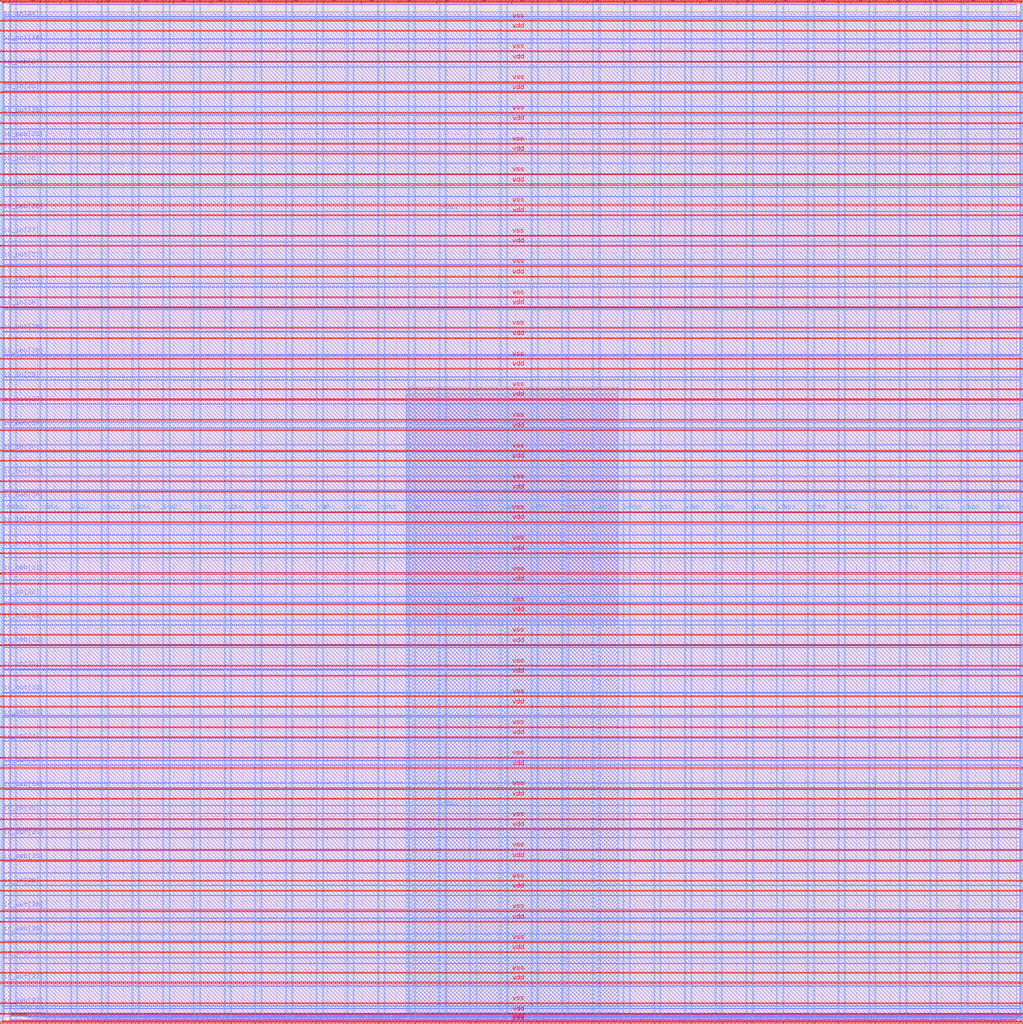
<source format=lef>
VERSION 5.7 ;
  NOWIREEXTENSIONATPIN ON ;
  DIVIDERCHAR "/" ;
  BUSBITCHARS "[]" ;
MACRO user_project_wrapper
  CLASS BLOCK ;
  FOREIGN user_project_wrapper ;
  ORIGIN 0.000 0.000 ;
  SIZE 2980.200 BY 2980.200 ;
  PIN io_in[0]
    DIRECTION INPUT ;
    USE SIGNAL ;
    PORT
      LAYER Metal3 ;
        RECT 2977.800 35.560 2985.000 36.680 ;
    END
  END io_in[0]
  PIN io_in[10]
    DIRECTION INPUT ;
    USE SIGNAL ;
    PORT
      LAYER Metal3 ;
        RECT 2977.800 2017.960 2985.000 2019.080 ;
    END
  END io_in[10]
  PIN io_in[11]
    DIRECTION INPUT ;
    USE SIGNAL ;
    PORT
      LAYER Metal3 ;
        RECT 2977.800 2216.200 2985.000 2217.320 ;
    END
  END io_in[11]
  PIN io_in[12]
    DIRECTION INPUT ;
    USE SIGNAL ;
    PORT
      LAYER Metal3 ;
        RECT 2977.800 2414.440 2985.000 2415.560 ;
    END
  END io_in[12]
  PIN io_in[13]
    DIRECTION INPUT ;
    USE SIGNAL ;
    PORT
      LAYER Metal3 ;
        RECT 2977.800 2612.680 2985.000 2613.800 ;
    END
  END io_in[13]
  PIN io_in[14]
    DIRECTION INPUT ;
    USE SIGNAL ;
    PORT
      LAYER Metal3 ;
        RECT 2977.800 2810.920 2985.000 2812.040 ;
    END
  END io_in[14]
  PIN io_in[15]
    DIRECTION INPUT ;
    USE SIGNAL ;
    PORT
      LAYER Metal2 ;
        RECT 2923.480 2977.800 2924.600 2985.000 ;
    END
  END io_in[15]
  PIN io_in[16]
    DIRECTION INPUT ;
    USE SIGNAL ;
    PORT
      LAYER Metal2 ;
        RECT 2592.520 2977.800 2593.640 2985.000 ;
    END
  END io_in[16]
  PIN io_in[17]
    DIRECTION INPUT ;
    USE SIGNAL ;
    PORT
      LAYER Metal2 ;
        RECT 2261.560 2977.800 2262.680 2985.000 ;
    END
  END io_in[17]
  PIN io_in[18]
    DIRECTION INPUT ;
    USE SIGNAL ;
    PORT
      LAYER Metal2 ;
        RECT 1930.600 2977.800 1931.720 2985.000 ;
    END
  END io_in[18]
  PIN io_in[19]
    DIRECTION INPUT ;
    USE SIGNAL ;
    PORT
      LAYER Metal2 ;
        RECT 1599.640 2977.800 1600.760 2985.000 ;
    END
  END io_in[19]
  PIN io_in[1]
    DIRECTION INPUT ;
    USE SIGNAL ;
    PORT
      LAYER Metal3 ;
        RECT 2977.800 233.800 2985.000 234.920 ;
    END
  END io_in[1]
  PIN io_in[20]
    DIRECTION INPUT ;
    USE SIGNAL ;
    PORT
      LAYER Metal2 ;
        RECT 1268.680 2977.800 1269.800 2985.000 ;
    END
  END io_in[20]
  PIN io_in[21]
    DIRECTION INPUT ;
    USE SIGNAL ;
    PORT
      LAYER Metal2 ;
        RECT 937.720 2977.800 938.840 2985.000 ;
    END
  END io_in[21]
  PIN io_in[22]
    DIRECTION INPUT ;
    USE SIGNAL ;
    PORT
      LAYER Metal2 ;
        RECT 606.760 2977.800 607.880 2985.000 ;
    END
  END io_in[22]
  PIN io_in[23]
    DIRECTION INPUT ;
    USE SIGNAL ;
    PORT
      LAYER Metal2 ;
        RECT 275.800 2977.800 276.920 2985.000 ;
    END
  END io_in[23]
  PIN io_in[24]
    DIRECTION INPUT ;
    USE SIGNAL ;
    PORT
      LAYER Metal3 ;
        RECT -4.800 2935.800 2.400 2936.920 ;
    END
  END io_in[24]
  PIN io_in[25]
    DIRECTION INPUT ;
    USE SIGNAL ;
    PORT
      LAYER Metal3 ;
        RECT -4.800 2724.120 2.400 2725.240 ;
    END
  END io_in[25]
  PIN io_in[26]
    DIRECTION INPUT ;
    USE SIGNAL ;
    PORT
      LAYER Metal3 ;
        RECT -4.800 2512.440 2.400 2513.560 ;
    END
  END io_in[26]
  PIN io_in[27]
    DIRECTION INPUT ;
    USE SIGNAL ;
    PORT
      LAYER Metal3 ;
        RECT -4.800 2300.760 2.400 2301.880 ;
    END
  END io_in[27]
  PIN io_in[28]
    DIRECTION INPUT ;
    USE SIGNAL ;
    PORT
      LAYER Metal3 ;
        RECT -4.800 2089.080 2.400 2090.200 ;
    END
  END io_in[28]
  PIN io_in[29]
    DIRECTION INPUT ;
    USE SIGNAL ;
    PORT
      LAYER Metal3 ;
        RECT -4.800 1877.400 2.400 1878.520 ;
    END
  END io_in[29]
  PIN io_in[2]
    DIRECTION INPUT ;
    USE SIGNAL ;
    PORT
      LAYER Metal3 ;
        RECT 2977.800 432.040 2985.000 433.160 ;
    END
  END io_in[2]
  PIN io_in[30]
    DIRECTION INPUT ;
    USE SIGNAL ;
    PORT
      LAYER Metal3 ;
        RECT -4.800 1665.720 2.400 1666.840 ;
    END
  END io_in[30]
  PIN io_in[31]
    DIRECTION INPUT ;
    USE SIGNAL ;
    PORT
      LAYER Metal3 ;
        RECT -4.800 1454.040 2.400 1455.160 ;
    END
  END io_in[31]
  PIN io_in[32]
    DIRECTION INPUT ;
    USE SIGNAL ;
    PORT
      LAYER Metal3 ;
        RECT -4.800 1242.360 2.400 1243.480 ;
    END
  END io_in[32]
  PIN io_in[33]
    DIRECTION INPUT ;
    USE SIGNAL ;
    PORT
      LAYER Metal3 ;
        RECT -4.800 1030.680 2.400 1031.800 ;
    END
  END io_in[33]
  PIN io_in[34]
    DIRECTION INPUT ;
    USE SIGNAL ;
    PORT
      LAYER Metal3 ;
        RECT -4.800 819.000 2.400 820.120 ;
    END
  END io_in[34]
  PIN io_in[35]
    DIRECTION INPUT ;
    USE SIGNAL ;
    PORT
      LAYER Metal3 ;
        RECT -4.800 607.320 2.400 608.440 ;
    END
  END io_in[35]
  PIN io_in[36]
    DIRECTION INPUT ;
    USE SIGNAL ;
    PORT
      LAYER Metal3 ;
        RECT -4.800 395.640 2.400 396.760 ;
    END
  END io_in[36]
  PIN io_in[37]
    DIRECTION INPUT ;
    USE SIGNAL ;
    PORT
      LAYER Metal3 ;
        RECT -4.800 183.960 2.400 185.080 ;
    END
  END io_in[37]
  PIN io_in[3]
    DIRECTION INPUT ;
    USE SIGNAL ;
    PORT
      LAYER Metal3 ;
        RECT 2977.800 630.280 2985.000 631.400 ;
    END
  END io_in[3]
  PIN io_in[4]
    DIRECTION INPUT ;
    USE SIGNAL ;
    PORT
      LAYER Metal3 ;
        RECT 2977.800 828.520 2985.000 829.640 ;
    END
  END io_in[4]
  PIN io_in[5]
    DIRECTION INPUT ;
    USE SIGNAL ;
    PORT
      LAYER Metal3 ;
        RECT 2977.800 1026.760 2985.000 1027.880 ;
    END
  END io_in[5]
  PIN io_in[6]
    DIRECTION INPUT ;
    USE SIGNAL ;
    PORT
      LAYER Metal3 ;
        RECT 2977.800 1225.000 2985.000 1226.120 ;
    END
  END io_in[6]
  PIN io_in[7]
    DIRECTION INPUT ;
    USE SIGNAL ;
    PORT
      LAYER Metal3 ;
        RECT 2977.800 1423.240 2985.000 1424.360 ;
    END
  END io_in[7]
  PIN io_in[8]
    DIRECTION INPUT ;
    USE SIGNAL ;
    PORT
      LAYER Metal3 ;
        RECT 2977.800 1621.480 2985.000 1622.600 ;
    END
  END io_in[8]
  PIN io_in[9]
    DIRECTION INPUT ;
    USE SIGNAL ;
    PORT
      LAYER Metal3 ;
        RECT 2977.800 1819.720 2985.000 1820.840 ;
    END
  END io_in[9]
  PIN io_oeb[0]
    DIRECTION OUTPUT TRISTATE ;
    USE SIGNAL ;
    PORT
      LAYER Metal3 ;
        RECT 2977.800 167.720 2985.000 168.840 ;
    END
  END io_oeb[0]
  PIN io_oeb[10]
    DIRECTION OUTPUT TRISTATE ;
    USE SIGNAL ;
    PORT
      LAYER Metal3 ;
        RECT 2977.800 2150.120 2985.000 2151.240 ;
    END
  END io_oeb[10]
  PIN io_oeb[11]
    DIRECTION OUTPUT TRISTATE ;
    USE SIGNAL ;
    PORT
      LAYER Metal3 ;
        RECT 2977.800 2348.360 2985.000 2349.480 ;
    END
  END io_oeb[11]
  PIN io_oeb[12]
    DIRECTION OUTPUT TRISTATE ;
    USE SIGNAL ;
    PORT
      LAYER Metal3 ;
        RECT 2977.800 2546.600 2985.000 2547.720 ;
    END
  END io_oeb[12]
  PIN io_oeb[13]
    DIRECTION OUTPUT TRISTATE ;
    USE SIGNAL ;
    PORT
      LAYER Metal3 ;
        RECT 2977.800 2744.840 2985.000 2745.960 ;
    END
  END io_oeb[13]
  PIN io_oeb[14]
    DIRECTION OUTPUT TRISTATE ;
    USE SIGNAL ;
    PORT
      LAYER Metal3 ;
        RECT 2977.800 2943.080 2985.000 2944.200 ;
    END
  END io_oeb[14]
  PIN io_oeb[15]
    DIRECTION OUTPUT TRISTATE ;
    USE SIGNAL ;
    PORT
      LAYER Metal2 ;
        RECT 2702.840 2977.800 2703.960 2985.000 ;
    END
  END io_oeb[15]
  PIN io_oeb[16]
    DIRECTION OUTPUT TRISTATE ;
    USE SIGNAL ;
    PORT
      LAYER Metal2 ;
        RECT 2371.880 2977.800 2373.000 2985.000 ;
    END
  END io_oeb[16]
  PIN io_oeb[17]
    DIRECTION OUTPUT TRISTATE ;
    USE SIGNAL ;
    PORT
      LAYER Metal2 ;
        RECT 2040.920 2977.800 2042.040 2985.000 ;
    END
  END io_oeb[17]
  PIN io_oeb[18]
    DIRECTION OUTPUT TRISTATE ;
    USE SIGNAL ;
    PORT
      LAYER Metal2 ;
        RECT 1709.960 2977.800 1711.080 2985.000 ;
    END
  END io_oeb[18]
  PIN io_oeb[19]
    DIRECTION OUTPUT TRISTATE ;
    USE SIGNAL ;
    PORT
      LAYER Metal2 ;
        RECT 1379.000 2977.800 1380.120 2985.000 ;
    END
  END io_oeb[19]
  PIN io_oeb[1]
    DIRECTION OUTPUT TRISTATE ;
    USE SIGNAL ;
    PORT
      LAYER Metal3 ;
        RECT 2977.800 365.960 2985.000 367.080 ;
    END
  END io_oeb[1]
  PIN io_oeb[20]
    DIRECTION OUTPUT TRISTATE ;
    USE SIGNAL ;
    PORT
      LAYER Metal2 ;
        RECT 1048.040 2977.800 1049.160 2985.000 ;
    END
  END io_oeb[20]
  PIN io_oeb[21]
    DIRECTION OUTPUT TRISTATE ;
    USE SIGNAL ;
    PORT
      LAYER Metal2 ;
        RECT 717.080 2977.800 718.200 2985.000 ;
    END
  END io_oeb[21]
  PIN io_oeb[22]
    DIRECTION OUTPUT TRISTATE ;
    USE SIGNAL ;
    PORT
      LAYER Metal2 ;
        RECT 386.120 2977.800 387.240 2985.000 ;
    END
  END io_oeb[22]
  PIN io_oeb[23]
    DIRECTION OUTPUT TRISTATE ;
    USE SIGNAL ;
    PORT
      LAYER Metal2 ;
        RECT 55.160 2977.800 56.280 2985.000 ;
    END
  END io_oeb[23]
  PIN io_oeb[24]
    DIRECTION OUTPUT TRISTATE ;
    USE SIGNAL ;
    PORT
      LAYER Metal3 ;
        RECT -4.800 2794.680 2.400 2795.800 ;
    END
  END io_oeb[24]
  PIN io_oeb[25]
    DIRECTION OUTPUT TRISTATE ;
    USE SIGNAL ;
    PORT
      LAYER Metal3 ;
        RECT -4.800 2583.000 2.400 2584.120 ;
    END
  END io_oeb[25]
  PIN io_oeb[26]
    DIRECTION OUTPUT TRISTATE ;
    USE SIGNAL ;
    PORT
      LAYER Metal3 ;
        RECT -4.800 2371.320 2.400 2372.440 ;
    END
  END io_oeb[26]
  PIN io_oeb[27]
    DIRECTION OUTPUT TRISTATE ;
    USE SIGNAL ;
    PORT
      LAYER Metal3 ;
        RECT -4.800 2159.640 2.400 2160.760 ;
    END
  END io_oeb[27]
  PIN io_oeb[28]
    DIRECTION OUTPUT TRISTATE ;
    USE SIGNAL ;
    PORT
      LAYER Metal3 ;
        RECT -4.800 1947.960 2.400 1949.080 ;
    END
  END io_oeb[28]
  PIN io_oeb[29]
    DIRECTION OUTPUT TRISTATE ;
    USE SIGNAL ;
    PORT
      LAYER Metal3 ;
        RECT -4.800 1736.280 2.400 1737.400 ;
    END
  END io_oeb[29]
  PIN io_oeb[2]
    DIRECTION OUTPUT TRISTATE ;
    USE SIGNAL ;
    PORT
      LAYER Metal3 ;
        RECT 2977.800 564.200 2985.000 565.320 ;
    END
  END io_oeb[2]
  PIN io_oeb[30]
    DIRECTION OUTPUT TRISTATE ;
    USE SIGNAL ;
    PORT
      LAYER Metal3 ;
        RECT -4.800 1524.600 2.400 1525.720 ;
    END
  END io_oeb[30]
  PIN io_oeb[31]
    DIRECTION OUTPUT TRISTATE ;
    USE SIGNAL ;
    PORT
      LAYER Metal3 ;
        RECT -4.800 1312.920 2.400 1314.040 ;
    END
  END io_oeb[31]
  PIN io_oeb[32]
    DIRECTION OUTPUT TRISTATE ;
    USE SIGNAL ;
    PORT
      LAYER Metal3 ;
        RECT -4.800 1101.240 2.400 1102.360 ;
    END
  END io_oeb[32]
  PIN io_oeb[33]
    DIRECTION OUTPUT TRISTATE ;
    USE SIGNAL ;
    PORT
      LAYER Metal3 ;
        RECT -4.800 889.560 2.400 890.680 ;
    END
  END io_oeb[33]
  PIN io_oeb[34]
    DIRECTION OUTPUT TRISTATE ;
    USE SIGNAL ;
    PORT
      LAYER Metal3 ;
        RECT -4.800 677.880 2.400 679.000 ;
    END
  END io_oeb[34]
  PIN io_oeb[35]
    DIRECTION OUTPUT TRISTATE ;
    USE SIGNAL ;
    PORT
      LAYER Metal3 ;
        RECT -4.800 466.200 2.400 467.320 ;
    END
  END io_oeb[35]
  PIN io_oeb[36]
    DIRECTION OUTPUT TRISTATE ;
    USE SIGNAL ;
    PORT
      LAYER Metal3 ;
        RECT -4.800 254.520 2.400 255.640 ;
    END
  END io_oeb[36]
  PIN io_oeb[37]
    DIRECTION OUTPUT TRISTATE ;
    USE SIGNAL ;
    PORT
      LAYER Metal3 ;
        RECT -4.800 42.840 2.400 43.960 ;
    END
  END io_oeb[37]
  PIN io_oeb[3]
    DIRECTION OUTPUT TRISTATE ;
    USE SIGNAL ;
    PORT
      LAYER Metal3 ;
        RECT 2977.800 762.440 2985.000 763.560 ;
    END
  END io_oeb[3]
  PIN io_oeb[4]
    DIRECTION OUTPUT TRISTATE ;
    USE SIGNAL ;
    PORT
      LAYER Metal3 ;
        RECT 2977.800 960.680 2985.000 961.800 ;
    END
  END io_oeb[4]
  PIN io_oeb[5]
    DIRECTION OUTPUT TRISTATE ;
    USE SIGNAL ;
    PORT
      LAYER Metal3 ;
        RECT 2977.800 1158.920 2985.000 1160.040 ;
    END
  END io_oeb[5]
  PIN io_oeb[6]
    DIRECTION OUTPUT TRISTATE ;
    USE SIGNAL ;
    PORT
      LAYER Metal3 ;
        RECT 2977.800 1357.160 2985.000 1358.280 ;
    END
  END io_oeb[6]
  PIN io_oeb[7]
    DIRECTION OUTPUT TRISTATE ;
    USE SIGNAL ;
    PORT
      LAYER Metal3 ;
        RECT 2977.800 1555.400 2985.000 1556.520 ;
    END
  END io_oeb[7]
  PIN io_oeb[8]
    DIRECTION OUTPUT TRISTATE ;
    USE SIGNAL ;
    PORT
      LAYER Metal3 ;
        RECT 2977.800 1753.640 2985.000 1754.760 ;
    END
  END io_oeb[8]
  PIN io_oeb[9]
    DIRECTION OUTPUT TRISTATE ;
    USE SIGNAL ;
    PORT
      LAYER Metal3 ;
        RECT 2977.800 1951.880 2985.000 1953.000 ;
    END
  END io_oeb[9]
  PIN io_out[0]
    DIRECTION OUTPUT TRISTATE ;
    USE SIGNAL ;
    PORT
      LAYER Metal3 ;
        RECT 2977.800 101.640 2985.000 102.760 ;
    END
  END io_out[0]
  PIN io_out[10]
    DIRECTION OUTPUT TRISTATE ;
    USE SIGNAL ;
    PORT
      LAYER Metal3 ;
        RECT 2977.800 2084.040 2985.000 2085.160 ;
    END
  END io_out[10]
  PIN io_out[11]
    DIRECTION OUTPUT TRISTATE ;
    USE SIGNAL ;
    PORT
      LAYER Metal3 ;
        RECT 2977.800 2282.280 2985.000 2283.400 ;
    END
  END io_out[11]
  PIN io_out[12]
    DIRECTION OUTPUT TRISTATE ;
    USE SIGNAL ;
    PORT
      LAYER Metal3 ;
        RECT 2977.800 2480.520 2985.000 2481.640 ;
    END
  END io_out[12]
  PIN io_out[13]
    DIRECTION OUTPUT TRISTATE ;
    USE SIGNAL ;
    PORT
      LAYER Metal3 ;
        RECT 2977.800 2678.760 2985.000 2679.880 ;
    END
  END io_out[13]
  PIN io_out[14]
    DIRECTION OUTPUT TRISTATE ;
    USE SIGNAL ;
    PORT
      LAYER Metal3 ;
        RECT 2977.800 2877.000 2985.000 2878.120 ;
    END
  END io_out[14]
  PIN io_out[15]
    DIRECTION OUTPUT TRISTATE ;
    USE SIGNAL ;
    PORT
      LAYER Metal2 ;
        RECT 2813.160 2977.800 2814.280 2985.000 ;
    END
  END io_out[15]
  PIN io_out[16]
    DIRECTION OUTPUT TRISTATE ;
    USE SIGNAL ;
    PORT
      LAYER Metal2 ;
        RECT 2482.200 2977.800 2483.320 2985.000 ;
    END
  END io_out[16]
  PIN io_out[17]
    DIRECTION OUTPUT TRISTATE ;
    USE SIGNAL ;
    PORT
      LAYER Metal2 ;
        RECT 2151.240 2977.800 2152.360 2985.000 ;
    END
  END io_out[17]
  PIN io_out[18]
    DIRECTION OUTPUT TRISTATE ;
    USE SIGNAL ;
    PORT
      LAYER Metal2 ;
        RECT 1820.280 2977.800 1821.400 2985.000 ;
    END
  END io_out[18]
  PIN io_out[19]
    DIRECTION OUTPUT TRISTATE ;
    USE SIGNAL ;
    PORT
      LAYER Metal2 ;
        RECT 1489.320 2977.800 1490.440 2985.000 ;
    END
  END io_out[19]
  PIN io_out[1]
    DIRECTION OUTPUT TRISTATE ;
    USE SIGNAL ;
    PORT
      LAYER Metal3 ;
        RECT 2977.800 299.880 2985.000 301.000 ;
    END
  END io_out[1]
  PIN io_out[20]
    DIRECTION OUTPUT TRISTATE ;
    USE SIGNAL ;
    PORT
      LAYER Metal2 ;
        RECT 1158.360 2977.800 1159.480 2985.000 ;
    END
  END io_out[20]
  PIN io_out[21]
    DIRECTION OUTPUT TRISTATE ;
    USE SIGNAL ;
    PORT
      LAYER Metal2 ;
        RECT 827.400 2977.800 828.520 2985.000 ;
    END
  END io_out[21]
  PIN io_out[22]
    DIRECTION OUTPUT TRISTATE ;
    USE SIGNAL ;
    PORT
      LAYER Metal2 ;
        RECT 496.440 2977.800 497.560 2985.000 ;
    END
  END io_out[22]
  PIN io_out[23]
    DIRECTION OUTPUT TRISTATE ;
    USE SIGNAL ;
    PORT
      LAYER Metal2 ;
        RECT 165.480 2977.800 166.600 2985.000 ;
    END
  END io_out[23]
  PIN io_out[24]
    DIRECTION OUTPUT TRISTATE ;
    USE SIGNAL ;
    PORT
      LAYER Metal3 ;
        RECT -4.800 2865.240 2.400 2866.360 ;
    END
  END io_out[24]
  PIN io_out[25]
    DIRECTION OUTPUT TRISTATE ;
    USE SIGNAL ;
    PORT
      LAYER Metal3 ;
        RECT -4.800 2653.560 2.400 2654.680 ;
    END
  END io_out[25]
  PIN io_out[26]
    DIRECTION OUTPUT TRISTATE ;
    USE SIGNAL ;
    PORT
      LAYER Metal3 ;
        RECT -4.800 2441.880 2.400 2443.000 ;
    END
  END io_out[26]
  PIN io_out[27]
    DIRECTION OUTPUT TRISTATE ;
    USE SIGNAL ;
    PORT
      LAYER Metal3 ;
        RECT -4.800 2230.200 2.400 2231.320 ;
    END
  END io_out[27]
  PIN io_out[28]
    DIRECTION OUTPUT TRISTATE ;
    USE SIGNAL ;
    PORT
      LAYER Metal3 ;
        RECT -4.800 2018.520 2.400 2019.640 ;
    END
  END io_out[28]
  PIN io_out[29]
    DIRECTION OUTPUT TRISTATE ;
    USE SIGNAL ;
    PORT
      LAYER Metal3 ;
        RECT -4.800 1806.840 2.400 1807.960 ;
    END
  END io_out[29]
  PIN io_out[2]
    DIRECTION OUTPUT TRISTATE ;
    USE SIGNAL ;
    PORT
      LAYER Metal3 ;
        RECT 2977.800 498.120 2985.000 499.240 ;
    END
  END io_out[2]
  PIN io_out[30]
    DIRECTION OUTPUT TRISTATE ;
    USE SIGNAL ;
    PORT
      LAYER Metal3 ;
        RECT -4.800 1595.160 2.400 1596.280 ;
    END
  END io_out[30]
  PIN io_out[31]
    DIRECTION OUTPUT TRISTATE ;
    USE SIGNAL ;
    PORT
      LAYER Metal3 ;
        RECT -4.800 1383.480 2.400 1384.600 ;
    END
  END io_out[31]
  PIN io_out[32]
    DIRECTION OUTPUT TRISTATE ;
    USE SIGNAL ;
    PORT
      LAYER Metal3 ;
        RECT -4.800 1171.800 2.400 1172.920 ;
    END
  END io_out[32]
  PIN io_out[33]
    DIRECTION OUTPUT TRISTATE ;
    USE SIGNAL ;
    PORT
      LAYER Metal3 ;
        RECT -4.800 960.120 2.400 961.240 ;
    END
  END io_out[33]
  PIN io_out[34]
    DIRECTION OUTPUT TRISTATE ;
    USE SIGNAL ;
    PORT
      LAYER Metal3 ;
        RECT -4.800 748.440 2.400 749.560 ;
    END
  END io_out[34]
  PIN io_out[35]
    DIRECTION OUTPUT TRISTATE ;
    USE SIGNAL ;
    PORT
      LAYER Metal3 ;
        RECT -4.800 536.760 2.400 537.880 ;
    END
  END io_out[35]
  PIN io_out[36]
    DIRECTION OUTPUT TRISTATE ;
    USE SIGNAL ;
    PORT
      LAYER Metal3 ;
        RECT -4.800 325.080 2.400 326.200 ;
    END
  END io_out[36]
  PIN io_out[37]
    DIRECTION OUTPUT TRISTATE ;
    USE SIGNAL ;
    PORT
      LAYER Metal3 ;
        RECT -4.800 113.400 2.400 114.520 ;
    END
  END io_out[37]
  PIN io_out[3]
    DIRECTION OUTPUT TRISTATE ;
    USE SIGNAL ;
    PORT
      LAYER Metal3 ;
        RECT 2977.800 696.360 2985.000 697.480 ;
    END
  END io_out[3]
  PIN io_out[4]
    DIRECTION OUTPUT TRISTATE ;
    USE SIGNAL ;
    PORT
      LAYER Metal3 ;
        RECT 2977.800 894.600 2985.000 895.720 ;
    END
  END io_out[4]
  PIN io_out[5]
    DIRECTION OUTPUT TRISTATE ;
    USE SIGNAL ;
    PORT
      LAYER Metal3 ;
        RECT 2977.800 1092.840 2985.000 1093.960 ;
    END
  END io_out[5]
  PIN io_out[6]
    DIRECTION OUTPUT TRISTATE ;
    USE SIGNAL ;
    PORT
      LAYER Metal3 ;
        RECT 2977.800 1291.080 2985.000 1292.200 ;
    END
  END io_out[6]
  PIN io_out[7]
    DIRECTION OUTPUT TRISTATE ;
    USE SIGNAL ;
    PORT
      LAYER Metal3 ;
        RECT 2977.800 1489.320 2985.000 1490.440 ;
    END
  END io_out[7]
  PIN io_out[8]
    DIRECTION OUTPUT TRISTATE ;
    USE SIGNAL ;
    PORT
      LAYER Metal3 ;
        RECT 2977.800 1687.560 2985.000 1688.680 ;
    END
  END io_out[8]
  PIN io_out[9]
    DIRECTION OUTPUT TRISTATE ;
    USE SIGNAL ;
    PORT
      LAYER Metal3 ;
        RECT 2977.800 1885.800 2985.000 1886.920 ;
    END
  END io_out[9]
  PIN la_data_in[0]
    DIRECTION INPUT ;
    USE SIGNAL ;
    PORT
      LAYER Metal2 ;
        RECT 1065.960 -4.800 1067.080 2.400 ;
    END
  END la_data_in[0]
  PIN la_data_in[10]
    DIRECTION INPUT ;
    USE SIGNAL ;
    PORT
      LAYER Metal2 ;
        RECT 1351.560 -4.800 1352.680 2.400 ;
    END
  END la_data_in[10]
  PIN la_data_in[11]
    DIRECTION INPUT ;
    USE SIGNAL ;
    PORT
      LAYER Metal2 ;
        RECT 1380.120 -4.800 1381.240 2.400 ;
    END
  END la_data_in[11]
  PIN la_data_in[12]
    DIRECTION INPUT ;
    USE SIGNAL ;
    PORT
      LAYER Metal2 ;
        RECT 1408.680 -4.800 1409.800 2.400 ;
    END
  END la_data_in[12]
  PIN la_data_in[13]
    DIRECTION INPUT ;
    USE SIGNAL ;
    PORT
      LAYER Metal2 ;
        RECT 1437.240 -4.800 1438.360 2.400 ;
    END
  END la_data_in[13]
  PIN la_data_in[14]
    DIRECTION INPUT ;
    USE SIGNAL ;
    PORT
      LAYER Metal2 ;
        RECT 1465.800 -4.800 1466.920 2.400 ;
    END
  END la_data_in[14]
  PIN la_data_in[15]
    DIRECTION INPUT ;
    USE SIGNAL ;
    PORT
      LAYER Metal2 ;
        RECT 1494.360 -4.800 1495.480 2.400 ;
    END
  END la_data_in[15]
  PIN la_data_in[16]
    DIRECTION INPUT ;
    USE SIGNAL ;
    PORT
      LAYER Metal2 ;
        RECT 1522.920 -4.800 1524.040 2.400 ;
    END
  END la_data_in[16]
  PIN la_data_in[17]
    DIRECTION INPUT ;
    USE SIGNAL ;
    PORT
      LAYER Metal2 ;
        RECT 1551.480 -4.800 1552.600 2.400 ;
    END
  END la_data_in[17]
  PIN la_data_in[18]
    DIRECTION INPUT ;
    USE SIGNAL ;
    PORT
      LAYER Metal2 ;
        RECT 1580.040 -4.800 1581.160 2.400 ;
    END
  END la_data_in[18]
  PIN la_data_in[19]
    DIRECTION INPUT ;
    USE SIGNAL ;
    PORT
      LAYER Metal2 ;
        RECT 1608.600 -4.800 1609.720 2.400 ;
    END
  END la_data_in[19]
  PIN la_data_in[1]
    DIRECTION INPUT ;
    USE SIGNAL ;
    PORT
      LAYER Metal2 ;
        RECT 1094.520 -4.800 1095.640 2.400 ;
    END
  END la_data_in[1]
  PIN la_data_in[20]
    DIRECTION INPUT ;
    USE SIGNAL ;
    PORT
      LAYER Metal2 ;
        RECT 1637.160 -4.800 1638.280 2.400 ;
    END
  END la_data_in[20]
  PIN la_data_in[21]
    DIRECTION INPUT ;
    USE SIGNAL ;
    PORT
      LAYER Metal2 ;
        RECT 1665.720 -4.800 1666.840 2.400 ;
    END
  END la_data_in[21]
  PIN la_data_in[22]
    DIRECTION INPUT ;
    USE SIGNAL ;
    PORT
      LAYER Metal2 ;
        RECT 1694.280 -4.800 1695.400 2.400 ;
    END
  END la_data_in[22]
  PIN la_data_in[23]
    DIRECTION INPUT ;
    USE SIGNAL ;
    PORT
      LAYER Metal2 ;
        RECT 1722.840 -4.800 1723.960 2.400 ;
    END
  END la_data_in[23]
  PIN la_data_in[24]
    DIRECTION INPUT ;
    USE SIGNAL ;
    PORT
      LAYER Metal2 ;
        RECT 1751.400 -4.800 1752.520 2.400 ;
    END
  END la_data_in[24]
  PIN la_data_in[25]
    DIRECTION INPUT ;
    USE SIGNAL ;
    PORT
      LAYER Metal2 ;
        RECT 1779.960 -4.800 1781.080 2.400 ;
    END
  END la_data_in[25]
  PIN la_data_in[26]
    DIRECTION INPUT ;
    USE SIGNAL ;
    PORT
      LAYER Metal2 ;
        RECT 1808.520 -4.800 1809.640 2.400 ;
    END
  END la_data_in[26]
  PIN la_data_in[27]
    DIRECTION INPUT ;
    USE SIGNAL ;
    PORT
      LAYER Metal2 ;
        RECT 1837.080 -4.800 1838.200 2.400 ;
    END
  END la_data_in[27]
  PIN la_data_in[28]
    DIRECTION INPUT ;
    USE SIGNAL ;
    PORT
      LAYER Metal2 ;
        RECT 1865.640 -4.800 1866.760 2.400 ;
    END
  END la_data_in[28]
  PIN la_data_in[29]
    DIRECTION INPUT ;
    USE SIGNAL ;
    PORT
      LAYER Metal2 ;
        RECT 1894.200 -4.800 1895.320 2.400 ;
    END
  END la_data_in[29]
  PIN la_data_in[2]
    DIRECTION INPUT ;
    USE SIGNAL ;
    PORT
      LAYER Metal2 ;
        RECT 1123.080 -4.800 1124.200 2.400 ;
    END
  END la_data_in[2]
  PIN la_data_in[30]
    DIRECTION INPUT ;
    USE SIGNAL ;
    PORT
      LAYER Metal2 ;
        RECT 1922.760 -4.800 1923.880 2.400 ;
    END
  END la_data_in[30]
  PIN la_data_in[31]
    DIRECTION INPUT ;
    USE SIGNAL ;
    PORT
      LAYER Metal2 ;
        RECT 1951.320 -4.800 1952.440 2.400 ;
    END
  END la_data_in[31]
  PIN la_data_in[32]
    DIRECTION INPUT ;
    USE SIGNAL ;
    PORT
      LAYER Metal2 ;
        RECT 1979.880 -4.800 1981.000 2.400 ;
    END
  END la_data_in[32]
  PIN la_data_in[33]
    DIRECTION INPUT ;
    USE SIGNAL ;
    PORT
      LAYER Metal2 ;
        RECT 2008.440 -4.800 2009.560 2.400 ;
    END
  END la_data_in[33]
  PIN la_data_in[34]
    DIRECTION INPUT ;
    USE SIGNAL ;
    PORT
      LAYER Metal2 ;
        RECT 2037.000 -4.800 2038.120 2.400 ;
    END
  END la_data_in[34]
  PIN la_data_in[35]
    DIRECTION INPUT ;
    USE SIGNAL ;
    PORT
      LAYER Metal2 ;
        RECT 2065.560 -4.800 2066.680 2.400 ;
    END
  END la_data_in[35]
  PIN la_data_in[36]
    DIRECTION INPUT ;
    USE SIGNAL ;
    PORT
      LAYER Metal2 ;
        RECT 2094.120 -4.800 2095.240 2.400 ;
    END
  END la_data_in[36]
  PIN la_data_in[37]
    DIRECTION INPUT ;
    USE SIGNAL ;
    PORT
      LAYER Metal2 ;
        RECT 2122.680 -4.800 2123.800 2.400 ;
    END
  END la_data_in[37]
  PIN la_data_in[38]
    DIRECTION INPUT ;
    USE SIGNAL ;
    PORT
      LAYER Metal2 ;
        RECT 2151.240 -4.800 2152.360 2.400 ;
    END
  END la_data_in[38]
  PIN la_data_in[39]
    DIRECTION INPUT ;
    USE SIGNAL ;
    PORT
      LAYER Metal2 ;
        RECT 2179.800 -4.800 2180.920 2.400 ;
    END
  END la_data_in[39]
  PIN la_data_in[3]
    DIRECTION INPUT ;
    USE SIGNAL ;
    PORT
      LAYER Metal2 ;
        RECT 1151.640 -4.800 1152.760 2.400 ;
    END
  END la_data_in[3]
  PIN la_data_in[40]
    DIRECTION INPUT ;
    USE SIGNAL ;
    PORT
      LAYER Metal2 ;
        RECT 2208.360 -4.800 2209.480 2.400 ;
    END
  END la_data_in[40]
  PIN la_data_in[41]
    DIRECTION INPUT ;
    USE SIGNAL ;
    PORT
      LAYER Metal2 ;
        RECT 2236.920 -4.800 2238.040 2.400 ;
    END
  END la_data_in[41]
  PIN la_data_in[42]
    DIRECTION INPUT ;
    USE SIGNAL ;
    PORT
      LAYER Metal2 ;
        RECT 2265.480 -4.800 2266.600 2.400 ;
    END
  END la_data_in[42]
  PIN la_data_in[43]
    DIRECTION INPUT ;
    USE SIGNAL ;
    PORT
      LAYER Metal2 ;
        RECT 2294.040 -4.800 2295.160 2.400 ;
    END
  END la_data_in[43]
  PIN la_data_in[44]
    DIRECTION INPUT ;
    USE SIGNAL ;
    PORT
      LAYER Metal2 ;
        RECT 2322.600 -4.800 2323.720 2.400 ;
    END
  END la_data_in[44]
  PIN la_data_in[45]
    DIRECTION INPUT ;
    USE SIGNAL ;
    PORT
      LAYER Metal2 ;
        RECT 2351.160 -4.800 2352.280 2.400 ;
    END
  END la_data_in[45]
  PIN la_data_in[46]
    DIRECTION INPUT ;
    USE SIGNAL ;
    PORT
      LAYER Metal2 ;
        RECT 2379.720 -4.800 2380.840 2.400 ;
    END
  END la_data_in[46]
  PIN la_data_in[47]
    DIRECTION INPUT ;
    USE SIGNAL ;
    PORT
      LAYER Metal2 ;
        RECT 2408.280 -4.800 2409.400 2.400 ;
    END
  END la_data_in[47]
  PIN la_data_in[48]
    DIRECTION INPUT ;
    USE SIGNAL ;
    PORT
      LAYER Metal2 ;
        RECT 2436.840 -4.800 2437.960 2.400 ;
    END
  END la_data_in[48]
  PIN la_data_in[49]
    DIRECTION INPUT ;
    USE SIGNAL ;
    PORT
      LAYER Metal2 ;
        RECT 2465.400 -4.800 2466.520 2.400 ;
    END
  END la_data_in[49]
  PIN la_data_in[4]
    DIRECTION INPUT ;
    USE SIGNAL ;
    PORT
      LAYER Metal2 ;
        RECT 1180.200 -4.800 1181.320 2.400 ;
    END
  END la_data_in[4]
  PIN la_data_in[50]
    DIRECTION INPUT ;
    USE SIGNAL ;
    PORT
      LAYER Metal2 ;
        RECT 2493.960 -4.800 2495.080 2.400 ;
    END
  END la_data_in[50]
  PIN la_data_in[51]
    DIRECTION INPUT ;
    USE SIGNAL ;
    PORT
      LAYER Metal2 ;
        RECT 2522.520 -4.800 2523.640 2.400 ;
    END
  END la_data_in[51]
  PIN la_data_in[52]
    DIRECTION INPUT ;
    USE SIGNAL ;
    PORT
      LAYER Metal2 ;
        RECT 2551.080 -4.800 2552.200 2.400 ;
    END
  END la_data_in[52]
  PIN la_data_in[53]
    DIRECTION INPUT ;
    USE SIGNAL ;
    PORT
      LAYER Metal2 ;
        RECT 2579.640 -4.800 2580.760 2.400 ;
    END
  END la_data_in[53]
  PIN la_data_in[54]
    DIRECTION INPUT ;
    USE SIGNAL ;
    PORT
      LAYER Metal2 ;
        RECT 2608.200 -4.800 2609.320 2.400 ;
    END
  END la_data_in[54]
  PIN la_data_in[55]
    DIRECTION INPUT ;
    USE SIGNAL ;
    PORT
      LAYER Metal2 ;
        RECT 2636.760 -4.800 2637.880 2.400 ;
    END
  END la_data_in[55]
  PIN la_data_in[56]
    DIRECTION INPUT ;
    USE SIGNAL ;
    PORT
      LAYER Metal2 ;
        RECT 2665.320 -4.800 2666.440 2.400 ;
    END
  END la_data_in[56]
  PIN la_data_in[57]
    DIRECTION INPUT ;
    USE SIGNAL ;
    PORT
      LAYER Metal2 ;
        RECT 2693.880 -4.800 2695.000 2.400 ;
    END
  END la_data_in[57]
  PIN la_data_in[58]
    DIRECTION INPUT ;
    USE SIGNAL ;
    PORT
      LAYER Metal2 ;
        RECT 2722.440 -4.800 2723.560 2.400 ;
    END
  END la_data_in[58]
  PIN la_data_in[59]
    DIRECTION INPUT ;
    USE SIGNAL ;
    PORT
      LAYER Metal2 ;
        RECT 2751.000 -4.800 2752.120 2.400 ;
    END
  END la_data_in[59]
  PIN la_data_in[5]
    DIRECTION INPUT ;
    USE SIGNAL ;
    PORT
      LAYER Metal2 ;
        RECT 1208.760 -4.800 1209.880 2.400 ;
    END
  END la_data_in[5]
  PIN la_data_in[60]
    DIRECTION INPUT ;
    USE SIGNAL ;
    PORT
      LAYER Metal2 ;
        RECT 2779.560 -4.800 2780.680 2.400 ;
    END
  END la_data_in[60]
  PIN la_data_in[61]
    DIRECTION INPUT ;
    USE SIGNAL ;
    PORT
      LAYER Metal2 ;
        RECT 2808.120 -4.800 2809.240 2.400 ;
    END
  END la_data_in[61]
  PIN la_data_in[62]
    DIRECTION INPUT ;
    USE SIGNAL ;
    PORT
      LAYER Metal2 ;
        RECT 2836.680 -4.800 2837.800 2.400 ;
    END
  END la_data_in[62]
  PIN la_data_in[63]
    DIRECTION INPUT ;
    USE SIGNAL ;
    PORT
      LAYER Metal2 ;
        RECT 2865.240 -4.800 2866.360 2.400 ;
    END
  END la_data_in[63]
  PIN la_data_in[6]
    DIRECTION INPUT ;
    USE SIGNAL ;
    PORT
      LAYER Metal2 ;
        RECT 1237.320 -4.800 1238.440 2.400 ;
    END
  END la_data_in[6]
  PIN la_data_in[7]
    DIRECTION INPUT ;
    USE SIGNAL ;
    PORT
      LAYER Metal2 ;
        RECT 1265.880 -4.800 1267.000 2.400 ;
    END
  END la_data_in[7]
  PIN la_data_in[8]
    DIRECTION INPUT ;
    USE SIGNAL ;
    PORT
      LAYER Metal2 ;
        RECT 1294.440 -4.800 1295.560 2.400 ;
    END
  END la_data_in[8]
  PIN la_data_in[9]
    DIRECTION INPUT ;
    USE SIGNAL ;
    PORT
      LAYER Metal2 ;
        RECT 1323.000 -4.800 1324.120 2.400 ;
    END
  END la_data_in[9]
  PIN la_data_out[0]
    DIRECTION OUTPUT TRISTATE ;
    USE SIGNAL ;
    PORT
      LAYER Metal2 ;
        RECT 1075.480 -4.800 1076.600 2.400 ;
    END
  END la_data_out[0]
  PIN la_data_out[10]
    DIRECTION OUTPUT TRISTATE ;
    USE SIGNAL ;
    PORT
      LAYER Metal2 ;
        RECT 1361.080 -4.800 1362.200 2.400 ;
    END
  END la_data_out[10]
  PIN la_data_out[11]
    DIRECTION OUTPUT TRISTATE ;
    USE SIGNAL ;
    PORT
      LAYER Metal2 ;
        RECT 1389.640 -4.800 1390.760 2.400 ;
    END
  END la_data_out[11]
  PIN la_data_out[12]
    DIRECTION OUTPUT TRISTATE ;
    USE SIGNAL ;
    PORT
      LAYER Metal2 ;
        RECT 1418.200 -4.800 1419.320 2.400 ;
    END
  END la_data_out[12]
  PIN la_data_out[13]
    DIRECTION OUTPUT TRISTATE ;
    USE SIGNAL ;
    PORT
      LAYER Metal2 ;
        RECT 1446.760 -4.800 1447.880 2.400 ;
    END
  END la_data_out[13]
  PIN la_data_out[14]
    DIRECTION OUTPUT TRISTATE ;
    USE SIGNAL ;
    PORT
      LAYER Metal2 ;
        RECT 1475.320 -4.800 1476.440 2.400 ;
    END
  END la_data_out[14]
  PIN la_data_out[15]
    DIRECTION OUTPUT TRISTATE ;
    USE SIGNAL ;
    PORT
      LAYER Metal2 ;
        RECT 1503.880 -4.800 1505.000 2.400 ;
    END
  END la_data_out[15]
  PIN la_data_out[16]
    DIRECTION OUTPUT TRISTATE ;
    USE SIGNAL ;
    PORT
      LAYER Metal2 ;
        RECT 1532.440 -4.800 1533.560 2.400 ;
    END
  END la_data_out[16]
  PIN la_data_out[17]
    DIRECTION OUTPUT TRISTATE ;
    USE SIGNAL ;
    PORT
      LAYER Metal2 ;
        RECT 1561.000 -4.800 1562.120 2.400 ;
    END
  END la_data_out[17]
  PIN la_data_out[18]
    DIRECTION OUTPUT TRISTATE ;
    USE SIGNAL ;
    PORT
      LAYER Metal2 ;
        RECT 1589.560 -4.800 1590.680 2.400 ;
    END
  END la_data_out[18]
  PIN la_data_out[19]
    DIRECTION OUTPUT TRISTATE ;
    USE SIGNAL ;
    PORT
      LAYER Metal2 ;
        RECT 1618.120 -4.800 1619.240 2.400 ;
    END
  END la_data_out[19]
  PIN la_data_out[1]
    DIRECTION OUTPUT TRISTATE ;
    USE SIGNAL ;
    PORT
      LAYER Metal2 ;
        RECT 1104.040 -4.800 1105.160 2.400 ;
    END
  END la_data_out[1]
  PIN la_data_out[20]
    DIRECTION OUTPUT TRISTATE ;
    USE SIGNAL ;
    PORT
      LAYER Metal2 ;
        RECT 1646.680 -4.800 1647.800 2.400 ;
    END
  END la_data_out[20]
  PIN la_data_out[21]
    DIRECTION OUTPUT TRISTATE ;
    USE SIGNAL ;
    PORT
      LAYER Metal2 ;
        RECT 1675.240 -4.800 1676.360 2.400 ;
    END
  END la_data_out[21]
  PIN la_data_out[22]
    DIRECTION OUTPUT TRISTATE ;
    USE SIGNAL ;
    PORT
      LAYER Metal2 ;
        RECT 1703.800 -4.800 1704.920 2.400 ;
    END
  END la_data_out[22]
  PIN la_data_out[23]
    DIRECTION OUTPUT TRISTATE ;
    USE SIGNAL ;
    PORT
      LAYER Metal2 ;
        RECT 1732.360 -4.800 1733.480 2.400 ;
    END
  END la_data_out[23]
  PIN la_data_out[24]
    DIRECTION OUTPUT TRISTATE ;
    USE SIGNAL ;
    PORT
      LAYER Metal2 ;
        RECT 1760.920 -4.800 1762.040 2.400 ;
    END
  END la_data_out[24]
  PIN la_data_out[25]
    DIRECTION OUTPUT TRISTATE ;
    USE SIGNAL ;
    PORT
      LAYER Metal2 ;
        RECT 1789.480 -4.800 1790.600 2.400 ;
    END
  END la_data_out[25]
  PIN la_data_out[26]
    DIRECTION OUTPUT TRISTATE ;
    USE SIGNAL ;
    PORT
      LAYER Metal2 ;
        RECT 1818.040 -4.800 1819.160 2.400 ;
    END
  END la_data_out[26]
  PIN la_data_out[27]
    DIRECTION OUTPUT TRISTATE ;
    USE SIGNAL ;
    PORT
      LAYER Metal2 ;
        RECT 1846.600 -4.800 1847.720 2.400 ;
    END
  END la_data_out[27]
  PIN la_data_out[28]
    DIRECTION OUTPUT TRISTATE ;
    USE SIGNAL ;
    PORT
      LAYER Metal2 ;
        RECT 1875.160 -4.800 1876.280 2.400 ;
    END
  END la_data_out[28]
  PIN la_data_out[29]
    DIRECTION OUTPUT TRISTATE ;
    USE SIGNAL ;
    PORT
      LAYER Metal2 ;
        RECT 1903.720 -4.800 1904.840 2.400 ;
    END
  END la_data_out[29]
  PIN la_data_out[2]
    DIRECTION OUTPUT TRISTATE ;
    USE SIGNAL ;
    PORT
      LAYER Metal2 ;
        RECT 1132.600 -4.800 1133.720 2.400 ;
    END
  END la_data_out[2]
  PIN la_data_out[30]
    DIRECTION OUTPUT TRISTATE ;
    USE SIGNAL ;
    PORT
      LAYER Metal2 ;
        RECT 1932.280 -4.800 1933.400 2.400 ;
    END
  END la_data_out[30]
  PIN la_data_out[31]
    DIRECTION OUTPUT TRISTATE ;
    USE SIGNAL ;
    PORT
      LAYER Metal2 ;
        RECT 1960.840 -4.800 1961.960 2.400 ;
    END
  END la_data_out[31]
  PIN la_data_out[32]
    DIRECTION OUTPUT TRISTATE ;
    USE SIGNAL ;
    PORT
      LAYER Metal2 ;
        RECT 1989.400 -4.800 1990.520 2.400 ;
    END
  END la_data_out[32]
  PIN la_data_out[33]
    DIRECTION OUTPUT TRISTATE ;
    USE SIGNAL ;
    PORT
      LAYER Metal2 ;
        RECT 2017.960 -4.800 2019.080 2.400 ;
    END
  END la_data_out[33]
  PIN la_data_out[34]
    DIRECTION OUTPUT TRISTATE ;
    USE SIGNAL ;
    PORT
      LAYER Metal2 ;
        RECT 2046.520 -4.800 2047.640 2.400 ;
    END
  END la_data_out[34]
  PIN la_data_out[35]
    DIRECTION OUTPUT TRISTATE ;
    USE SIGNAL ;
    PORT
      LAYER Metal2 ;
        RECT 2075.080 -4.800 2076.200 2.400 ;
    END
  END la_data_out[35]
  PIN la_data_out[36]
    DIRECTION OUTPUT TRISTATE ;
    USE SIGNAL ;
    PORT
      LAYER Metal2 ;
        RECT 2103.640 -4.800 2104.760 2.400 ;
    END
  END la_data_out[36]
  PIN la_data_out[37]
    DIRECTION OUTPUT TRISTATE ;
    USE SIGNAL ;
    PORT
      LAYER Metal2 ;
        RECT 2132.200 -4.800 2133.320 2.400 ;
    END
  END la_data_out[37]
  PIN la_data_out[38]
    DIRECTION OUTPUT TRISTATE ;
    USE SIGNAL ;
    PORT
      LAYER Metal2 ;
        RECT 2160.760 -4.800 2161.880 2.400 ;
    END
  END la_data_out[38]
  PIN la_data_out[39]
    DIRECTION OUTPUT TRISTATE ;
    USE SIGNAL ;
    PORT
      LAYER Metal2 ;
        RECT 2189.320 -4.800 2190.440 2.400 ;
    END
  END la_data_out[39]
  PIN la_data_out[3]
    DIRECTION OUTPUT TRISTATE ;
    USE SIGNAL ;
    PORT
      LAYER Metal2 ;
        RECT 1161.160 -4.800 1162.280 2.400 ;
    END
  END la_data_out[3]
  PIN la_data_out[40]
    DIRECTION OUTPUT TRISTATE ;
    USE SIGNAL ;
    PORT
      LAYER Metal2 ;
        RECT 2217.880 -4.800 2219.000 2.400 ;
    END
  END la_data_out[40]
  PIN la_data_out[41]
    DIRECTION OUTPUT TRISTATE ;
    USE SIGNAL ;
    PORT
      LAYER Metal2 ;
        RECT 2246.440 -4.800 2247.560 2.400 ;
    END
  END la_data_out[41]
  PIN la_data_out[42]
    DIRECTION OUTPUT TRISTATE ;
    USE SIGNAL ;
    PORT
      LAYER Metal2 ;
        RECT 2275.000 -4.800 2276.120 2.400 ;
    END
  END la_data_out[42]
  PIN la_data_out[43]
    DIRECTION OUTPUT TRISTATE ;
    USE SIGNAL ;
    PORT
      LAYER Metal2 ;
        RECT 2303.560 -4.800 2304.680 2.400 ;
    END
  END la_data_out[43]
  PIN la_data_out[44]
    DIRECTION OUTPUT TRISTATE ;
    USE SIGNAL ;
    PORT
      LAYER Metal2 ;
        RECT 2332.120 -4.800 2333.240 2.400 ;
    END
  END la_data_out[44]
  PIN la_data_out[45]
    DIRECTION OUTPUT TRISTATE ;
    USE SIGNAL ;
    PORT
      LAYER Metal2 ;
        RECT 2360.680 -4.800 2361.800 2.400 ;
    END
  END la_data_out[45]
  PIN la_data_out[46]
    DIRECTION OUTPUT TRISTATE ;
    USE SIGNAL ;
    PORT
      LAYER Metal2 ;
        RECT 2389.240 -4.800 2390.360 2.400 ;
    END
  END la_data_out[46]
  PIN la_data_out[47]
    DIRECTION OUTPUT TRISTATE ;
    USE SIGNAL ;
    PORT
      LAYER Metal2 ;
        RECT 2417.800 -4.800 2418.920 2.400 ;
    END
  END la_data_out[47]
  PIN la_data_out[48]
    DIRECTION OUTPUT TRISTATE ;
    USE SIGNAL ;
    PORT
      LAYER Metal2 ;
        RECT 2446.360 -4.800 2447.480 2.400 ;
    END
  END la_data_out[48]
  PIN la_data_out[49]
    DIRECTION OUTPUT TRISTATE ;
    USE SIGNAL ;
    PORT
      LAYER Metal2 ;
        RECT 2474.920 -4.800 2476.040 2.400 ;
    END
  END la_data_out[49]
  PIN la_data_out[4]
    DIRECTION OUTPUT TRISTATE ;
    USE SIGNAL ;
    PORT
      LAYER Metal2 ;
        RECT 1189.720 -4.800 1190.840 2.400 ;
    END
  END la_data_out[4]
  PIN la_data_out[50]
    DIRECTION OUTPUT TRISTATE ;
    USE SIGNAL ;
    PORT
      LAYER Metal2 ;
        RECT 2503.480 -4.800 2504.600 2.400 ;
    END
  END la_data_out[50]
  PIN la_data_out[51]
    DIRECTION OUTPUT TRISTATE ;
    USE SIGNAL ;
    PORT
      LAYER Metal2 ;
        RECT 2532.040 -4.800 2533.160 2.400 ;
    END
  END la_data_out[51]
  PIN la_data_out[52]
    DIRECTION OUTPUT TRISTATE ;
    USE SIGNAL ;
    PORT
      LAYER Metal2 ;
        RECT 2560.600 -4.800 2561.720 2.400 ;
    END
  END la_data_out[52]
  PIN la_data_out[53]
    DIRECTION OUTPUT TRISTATE ;
    USE SIGNAL ;
    PORT
      LAYER Metal2 ;
        RECT 2589.160 -4.800 2590.280 2.400 ;
    END
  END la_data_out[53]
  PIN la_data_out[54]
    DIRECTION OUTPUT TRISTATE ;
    USE SIGNAL ;
    PORT
      LAYER Metal2 ;
        RECT 2617.720 -4.800 2618.840 2.400 ;
    END
  END la_data_out[54]
  PIN la_data_out[55]
    DIRECTION OUTPUT TRISTATE ;
    USE SIGNAL ;
    PORT
      LAYER Metal2 ;
        RECT 2646.280 -4.800 2647.400 2.400 ;
    END
  END la_data_out[55]
  PIN la_data_out[56]
    DIRECTION OUTPUT TRISTATE ;
    USE SIGNAL ;
    PORT
      LAYER Metal2 ;
        RECT 2674.840 -4.800 2675.960 2.400 ;
    END
  END la_data_out[56]
  PIN la_data_out[57]
    DIRECTION OUTPUT TRISTATE ;
    USE SIGNAL ;
    PORT
      LAYER Metal2 ;
        RECT 2703.400 -4.800 2704.520 2.400 ;
    END
  END la_data_out[57]
  PIN la_data_out[58]
    DIRECTION OUTPUT TRISTATE ;
    USE SIGNAL ;
    PORT
      LAYER Metal2 ;
        RECT 2731.960 -4.800 2733.080 2.400 ;
    END
  END la_data_out[58]
  PIN la_data_out[59]
    DIRECTION OUTPUT TRISTATE ;
    USE SIGNAL ;
    PORT
      LAYER Metal2 ;
        RECT 2760.520 -4.800 2761.640 2.400 ;
    END
  END la_data_out[59]
  PIN la_data_out[5]
    DIRECTION OUTPUT TRISTATE ;
    USE SIGNAL ;
    PORT
      LAYER Metal2 ;
        RECT 1218.280 -4.800 1219.400 2.400 ;
    END
  END la_data_out[5]
  PIN la_data_out[60]
    DIRECTION OUTPUT TRISTATE ;
    USE SIGNAL ;
    PORT
      LAYER Metal2 ;
        RECT 2789.080 -4.800 2790.200 2.400 ;
    END
  END la_data_out[60]
  PIN la_data_out[61]
    DIRECTION OUTPUT TRISTATE ;
    USE SIGNAL ;
    PORT
      LAYER Metal2 ;
        RECT 2817.640 -4.800 2818.760 2.400 ;
    END
  END la_data_out[61]
  PIN la_data_out[62]
    DIRECTION OUTPUT TRISTATE ;
    USE SIGNAL ;
    PORT
      LAYER Metal2 ;
        RECT 2846.200 -4.800 2847.320 2.400 ;
    END
  END la_data_out[62]
  PIN la_data_out[63]
    DIRECTION OUTPUT TRISTATE ;
    USE SIGNAL ;
    PORT
      LAYER Metal2 ;
        RECT 2874.760 -4.800 2875.880 2.400 ;
    END
  END la_data_out[63]
  PIN la_data_out[6]
    DIRECTION OUTPUT TRISTATE ;
    USE SIGNAL ;
    PORT
      LAYER Metal2 ;
        RECT 1246.840 -4.800 1247.960 2.400 ;
    END
  END la_data_out[6]
  PIN la_data_out[7]
    DIRECTION OUTPUT TRISTATE ;
    USE SIGNAL ;
    PORT
      LAYER Metal2 ;
        RECT 1275.400 -4.800 1276.520 2.400 ;
    END
  END la_data_out[7]
  PIN la_data_out[8]
    DIRECTION OUTPUT TRISTATE ;
    USE SIGNAL ;
    PORT
      LAYER Metal2 ;
        RECT 1303.960 -4.800 1305.080 2.400 ;
    END
  END la_data_out[8]
  PIN la_data_out[9]
    DIRECTION OUTPUT TRISTATE ;
    USE SIGNAL ;
    PORT
      LAYER Metal2 ;
        RECT 1332.520 -4.800 1333.640 2.400 ;
    END
  END la_data_out[9]
  PIN la_oenb[0]
    DIRECTION INPUT ;
    USE SIGNAL ;
    PORT
      LAYER Metal2 ;
        RECT 1085.000 -4.800 1086.120 2.400 ;
    END
  END la_oenb[0]
  PIN la_oenb[10]
    DIRECTION INPUT ;
    USE SIGNAL ;
    PORT
      LAYER Metal2 ;
        RECT 1370.600 -4.800 1371.720 2.400 ;
    END
  END la_oenb[10]
  PIN la_oenb[11]
    DIRECTION INPUT ;
    USE SIGNAL ;
    PORT
      LAYER Metal2 ;
        RECT 1399.160 -4.800 1400.280 2.400 ;
    END
  END la_oenb[11]
  PIN la_oenb[12]
    DIRECTION INPUT ;
    USE SIGNAL ;
    PORT
      LAYER Metal2 ;
        RECT 1427.720 -4.800 1428.840 2.400 ;
    END
  END la_oenb[12]
  PIN la_oenb[13]
    DIRECTION INPUT ;
    USE SIGNAL ;
    PORT
      LAYER Metal2 ;
        RECT 1456.280 -4.800 1457.400 2.400 ;
    END
  END la_oenb[13]
  PIN la_oenb[14]
    DIRECTION INPUT ;
    USE SIGNAL ;
    PORT
      LAYER Metal2 ;
        RECT 1484.840 -4.800 1485.960 2.400 ;
    END
  END la_oenb[14]
  PIN la_oenb[15]
    DIRECTION INPUT ;
    USE SIGNAL ;
    PORT
      LAYER Metal2 ;
        RECT 1513.400 -4.800 1514.520 2.400 ;
    END
  END la_oenb[15]
  PIN la_oenb[16]
    DIRECTION INPUT ;
    USE SIGNAL ;
    PORT
      LAYER Metal2 ;
        RECT 1541.960 -4.800 1543.080 2.400 ;
    END
  END la_oenb[16]
  PIN la_oenb[17]
    DIRECTION INPUT ;
    USE SIGNAL ;
    PORT
      LAYER Metal2 ;
        RECT 1570.520 -4.800 1571.640 2.400 ;
    END
  END la_oenb[17]
  PIN la_oenb[18]
    DIRECTION INPUT ;
    USE SIGNAL ;
    PORT
      LAYER Metal2 ;
        RECT 1599.080 -4.800 1600.200 2.400 ;
    END
  END la_oenb[18]
  PIN la_oenb[19]
    DIRECTION INPUT ;
    USE SIGNAL ;
    PORT
      LAYER Metal2 ;
        RECT 1627.640 -4.800 1628.760 2.400 ;
    END
  END la_oenb[19]
  PIN la_oenb[1]
    DIRECTION INPUT ;
    USE SIGNAL ;
    PORT
      LAYER Metal2 ;
        RECT 1113.560 -4.800 1114.680 2.400 ;
    END
  END la_oenb[1]
  PIN la_oenb[20]
    DIRECTION INPUT ;
    USE SIGNAL ;
    PORT
      LAYER Metal2 ;
        RECT 1656.200 -4.800 1657.320 2.400 ;
    END
  END la_oenb[20]
  PIN la_oenb[21]
    DIRECTION INPUT ;
    USE SIGNAL ;
    PORT
      LAYER Metal2 ;
        RECT 1684.760 -4.800 1685.880 2.400 ;
    END
  END la_oenb[21]
  PIN la_oenb[22]
    DIRECTION INPUT ;
    USE SIGNAL ;
    PORT
      LAYER Metal2 ;
        RECT 1713.320 -4.800 1714.440 2.400 ;
    END
  END la_oenb[22]
  PIN la_oenb[23]
    DIRECTION INPUT ;
    USE SIGNAL ;
    PORT
      LAYER Metal2 ;
        RECT 1741.880 -4.800 1743.000 2.400 ;
    END
  END la_oenb[23]
  PIN la_oenb[24]
    DIRECTION INPUT ;
    USE SIGNAL ;
    PORT
      LAYER Metal2 ;
        RECT 1770.440 -4.800 1771.560 2.400 ;
    END
  END la_oenb[24]
  PIN la_oenb[25]
    DIRECTION INPUT ;
    USE SIGNAL ;
    PORT
      LAYER Metal2 ;
        RECT 1799.000 -4.800 1800.120 2.400 ;
    END
  END la_oenb[25]
  PIN la_oenb[26]
    DIRECTION INPUT ;
    USE SIGNAL ;
    PORT
      LAYER Metal2 ;
        RECT 1827.560 -4.800 1828.680 2.400 ;
    END
  END la_oenb[26]
  PIN la_oenb[27]
    DIRECTION INPUT ;
    USE SIGNAL ;
    PORT
      LAYER Metal2 ;
        RECT 1856.120 -4.800 1857.240 2.400 ;
    END
  END la_oenb[27]
  PIN la_oenb[28]
    DIRECTION INPUT ;
    USE SIGNAL ;
    PORT
      LAYER Metal2 ;
        RECT 1884.680 -4.800 1885.800 2.400 ;
    END
  END la_oenb[28]
  PIN la_oenb[29]
    DIRECTION INPUT ;
    USE SIGNAL ;
    PORT
      LAYER Metal2 ;
        RECT 1913.240 -4.800 1914.360 2.400 ;
    END
  END la_oenb[29]
  PIN la_oenb[2]
    DIRECTION INPUT ;
    USE SIGNAL ;
    PORT
      LAYER Metal2 ;
        RECT 1142.120 -4.800 1143.240 2.400 ;
    END
  END la_oenb[2]
  PIN la_oenb[30]
    DIRECTION INPUT ;
    USE SIGNAL ;
    PORT
      LAYER Metal2 ;
        RECT 1941.800 -4.800 1942.920 2.400 ;
    END
  END la_oenb[30]
  PIN la_oenb[31]
    DIRECTION INPUT ;
    USE SIGNAL ;
    PORT
      LAYER Metal2 ;
        RECT 1970.360 -4.800 1971.480 2.400 ;
    END
  END la_oenb[31]
  PIN la_oenb[32]
    DIRECTION INPUT ;
    USE SIGNAL ;
    PORT
      LAYER Metal2 ;
        RECT 1998.920 -4.800 2000.040 2.400 ;
    END
  END la_oenb[32]
  PIN la_oenb[33]
    DIRECTION INPUT ;
    USE SIGNAL ;
    PORT
      LAYER Metal2 ;
        RECT 2027.480 -4.800 2028.600 2.400 ;
    END
  END la_oenb[33]
  PIN la_oenb[34]
    DIRECTION INPUT ;
    USE SIGNAL ;
    PORT
      LAYER Metal2 ;
        RECT 2056.040 -4.800 2057.160 2.400 ;
    END
  END la_oenb[34]
  PIN la_oenb[35]
    DIRECTION INPUT ;
    USE SIGNAL ;
    PORT
      LAYER Metal2 ;
        RECT 2084.600 -4.800 2085.720 2.400 ;
    END
  END la_oenb[35]
  PIN la_oenb[36]
    DIRECTION INPUT ;
    USE SIGNAL ;
    PORT
      LAYER Metal2 ;
        RECT 2113.160 -4.800 2114.280 2.400 ;
    END
  END la_oenb[36]
  PIN la_oenb[37]
    DIRECTION INPUT ;
    USE SIGNAL ;
    PORT
      LAYER Metal2 ;
        RECT 2141.720 -4.800 2142.840 2.400 ;
    END
  END la_oenb[37]
  PIN la_oenb[38]
    DIRECTION INPUT ;
    USE SIGNAL ;
    PORT
      LAYER Metal2 ;
        RECT 2170.280 -4.800 2171.400 2.400 ;
    END
  END la_oenb[38]
  PIN la_oenb[39]
    DIRECTION INPUT ;
    USE SIGNAL ;
    PORT
      LAYER Metal2 ;
        RECT 2198.840 -4.800 2199.960 2.400 ;
    END
  END la_oenb[39]
  PIN la_oenb[3]
    DIRECTION INPUT ;
    USE SIGNAL ;
    PORT
      LAYER Metal2 ;
        RECT 1170.680 -4.800 1171.800 2.400 ;
    END
  END la_oenb[3]
  PIN la_oenb[40]
    DIRECTION INPUT ;
    USE SIGNAL ;
    PORT
      LAYER Metal2 ;
        RECT 2227.400 -4.800 2228.520 2.400 ;
    END
  END la_oenb[40]
  PIN la_oenb[41]
    DIRECTION INPUT ;
    USE SIGNAL ;
    PORT
      LAYER Metal2 ;
        RECT 2255.960 -4.800 2257.080 2.400 ;
    END
  END la_oenb[41]
  PIN la_oenb[42]
    DIRECTION INPUT ;
    USE SIGNAL ;
    PORT
      LAYER Metal2 ;
        RECT 2284.520 -4.800 2285.640 2.400 ;
    END
  END la_oenb[42]
  PIN la_oenb[43]
    DIRECTION INPUT ;
    USE SIGNAL ;
    PORT
      LAYER Metal2 ;
        RECT 2313.080 -4.800 2314.200 2.400 ;
    END
  END la_oenb[43]
  PIN la_oenb[44]
    DIRECTION INPUT ;
    USE SIGNAL ;
    PORT
      LAYER Metal2 ;
        RECT 2341.640 -4.800 2342.760 2.400 ;
    END
  END la_oenb[44]
  PIN la_oenb[45]
    DIRECTION INPUT ;
    USE SIGNAL ;
    PORT
      LAYER Metal2 ;
        RECT 2370.200 -4.800 2371.320 2.400 ;
    END
  END la_oenb[45]
  PIN la_oenb[46]
    DIRECTION INPUT ;
    USE SIGNAL ;
    PORT
      LAYER Metal2 ;
        RECT 2398.760 -4.800 2399.880 2.400 ;
    END
  END la_oenb[46]
  PIN la_oenb[47]
    DIRECTION INPUT ;
    USE SIGNAL ;
    PORT
      LAYER Metal2 ;
        RECT 2427.320 -4.800 2428.440 2.400 ;
    END
  END la_oenb[47]
  PIN la_oenb[48]
    DIRECTION INPUT ;
    USE SIGNAL ;
    PORT
      LAYER Metal2 ;
        RECT 2455.880 -4.800 2457.000 2.400 ;
    END
  END la_oenb[48]
  PIN la_oenb[49]
    DIRECTION INPUT ;
    USE SIGNAL ;
    PORT
      LAYER Metal2 ;
        RECT 2484.440 -4.800 2485.560 2.400 ;
    END
  END la_oenb[49]
  PIN la_oenb[4]
    DIRECTION INPUT ;
    USE SIGNAL ;
    PORT
      LAYER Metal2 ;
        RECT 1199.240 -4.800 1200.360 2.400 ;
    END
  END la_oenb[4]
  PIN la_oenb[50]
    DIRECTION INPUT ;
    USE SIGNAL ;
    PORT
      LAYER Metal2 ;
        RECT 2513.000 -4.800 2514.120 2.400 ;
    END
  END la_oenb[50]
  PIN la_oenb[51]
    DIRECTION INPUT ;
    USE SIGNAL ;
    PORT
      LAYER Metal2 ;
        RECT 2541.560 -4.800 2542.680 2.400 ;
    END
  END la_oenb[51]
  PIN la_oenb[52]
    DIRECTION INPUT ;
    USE SIGNAL ;
    PORT
      LAYER Metal2 ;
        RECT 2570.120 -4.800 2571.240 2.400 ;
    END
  END la_oenb[52]
  PIN la_oenb[53]
    DIRECTION INPUT ;
    USE SIGNAL ;
    PORT
      LAYER Metal2 ;
        RECT 2598.680 -4.800 2599.800 2.400 ;
    END
  END la_oenb[53]
  PIN la_oenb[54]
    DIRECTION INPUT ;
    USE SIGNAL ;
    PORT
      LAYER Metal2 ;
        RECT 2627.240 -4.800 2628.360 2.400 ;
    END
  END la_oenb[54]
  PIN la_oenb[55]
    DIRECTION INPUT ;
    USE SIGNAL ;
    PORT
      LAYER Metal2 ;
        RECT 2655.800 -4.800 2656.920 2.400 ;
    END
  END la_oenb[55]
  PIN la_oenb[56]
    DIRECTION INPUT ;
    USE SIGNAL ;
    PORT
      LAYER Metal2 ;
        RECT 2684.360 -4.800 2685.480 2.400 ;
    END
  END la_oenb[56]
  PIN la_oenb[57]
    DIRECTION INPUT ;
    USE SIGNAL ;
    PORT
      LAYER Metal2 ;
        RECT 2712.920 -4.800 2714.040 2.400 ;
    END
  END la_oenb[57]
  PIN la_oenb[58]
    DIRECTION INPUT ;
    USE SIGNAL ;
    PORT
      LAYER Metal2 ;
        RECT 2741.480 -4.800 2742.600 2.400 ;
    END
  END la_oenb[58]
  PIN la_oenb[59]
    DIRECTION INPUT ;
    USE SIGNAL ;
    PORT
      LAYER Metal2 ;
        RECT 2770.040 -4.800 2771.160 2.400 ;
    END
  END la_oenb[59]
  PIN la_oenb[5]
    DIRECTION INPUT ;
    USE SIGNAL ;
    PORT
      LAYER Metal2 ;
        RECT 1227.800 -4.800 1228.920 2.400 ;
    END
  END la_oenb[5]
  PIN la_oenb[60]
    DIRECTION INPUT ;
    USE SIGNAL ;
    PORT
      LAYER Metal2 ;
        RECT 2798.600 -4.800 2799.720 2.400 ;
    END
  END la_oenb[60]
  PIN la_oenb[61]
    DIRECTION INPUT ;
    USE SIGNAL ;
    PORT
      LAYER Metal2 ;
        RECT 2827.160 -4.800 2828.280 2.400 ;
    END
  END la_oenb[61]
  PIN la_oenb[62]
    DIRECTION INPUT ;
    USE SIGNAL ;
    PORT
      LAYER Metal2 ;
        RECT 2855.720 -4.800 2856.840 2.400 ;
    END
  END la_oenb[62]
  PIN la_oenb[63]
    DIRECTION INPUT ;
    USE SIGNAL ;
    PORT
      LAYER Metal2 ;
        RECT 2884.280 -4.800 2885.400 2.400 ;
    END
  END la_oenb[63]
  PIN la_oenb[6]
    DIRECTION INPUT ;
    USE SIGNAL ;
    PORT
      LAYER Metal2 ;
        RECT 1256.360 -4.800 1257.480 2.400 ;
    END
  END la_oenb[6]
  PIN la_oenb[7]
    DIRECTION INPUT ;
    USE SIGNAL ;
    PORT
      LAYER Metal2 ;
        RECT 1284.920 -4.800 1286.040 2.400 ;
    END
  END la_oenb[7]
  PIN la_oenb[8]
    DIRECTION INPUT ;
    USE SIGNAL ;
    PORT
      LAYER Metal2 ;
        RECT 1313.480 -4.800 1314.600 2.400 ;
    END
  END la_oenb[8]
  PIN la_oenb[9]
    DIRECTION INPUT ;
    USE SIGNAL ;
    PORT
      LAYER Metal2 ;
        RECT 1342.040 -4.800 1343.160 2.400 ;
    END
  END la_oenb[9]
  PIN user_clock2
    DIRECTION INPUT ;
    USE SIGNAL ;
    PORT
      LAYER Metal2 ;
        RECT 2893.800 -4.800 2894.920 2.400 ;
    END
  END user_clock2
  PIN user_irq[0]
    DIRECTION OUTPUT TRISTATE ;
    USE SIGNAL ;
    PORT
      LAYER Metal2 ;
        RECT 2903.320 -4.800 2904.440 2.400 ;
    END
  END user_irq[0]
  PIN user_irq[1]
    DIRECTION OUTPUT TRISTATE ;
    USE SIGNAL ;
    PORT
      LAYER Metal2 ;
        RECT 2912.840 -4.800 2913.960 2.400 ;
    END
  END user_irq[1]
  PIN user_irq[2]
    DIRECTION OUTPUT TRISTATE ;
    USE SIGNAL ;
    PORT
      LAYER Metal2 ;
        RECT 2922.360 -4.800 2923.480 2.400 ;
    END
  END user_irq[2]
  PIN vdd
    DIRECTION INOUT ;
    USE POWER ;
    PORT
      LAYER Metal4 ;
        RECT -4.780 -3.420 -1.680 2986.540 ;
    END
    PORT
      LAYER Metal5 ;
        RECT -4.780 -3.420 2985.100 -0.320 ;
    END
    PORT
      LAYER Metal5 ;
        RECT -4.780 2983.440 2985.100 2986.540 ;
    END
    PORT
      LAYER Metal4 ;
        RECT 2982.000 -3.420 2985.100 2986.540 ;
    END
    PORT
      LAYER Metal4 ;
        RECT 15.770 -8.220 18.870 2991.340 ;
    END
    PORT
      LAYER Metal4 ;
        RECT 105.770 -8.220 108.870 2991.340 ;
    END
    PORT
      LAYER Metal4 ;
        RECT 195.770 -8.220 198.870 2991.340 ;
    END
    PORT
      LAYER Metal4 ;
        RECT 285.770 -8.220 288.870 2991.340 ;
    END
    PORT
      LAYER Metal4 ;
        RECT 375.770 -8.220 378.870 2991.340 ;
    END
    PORT
      LAYER Metal4 ;
        RECT 465.770 -8.220 468.870 2991.340 ;
    END
    PORT
      LAYER Metal4 ;
        RECT 555.770 -8.220 558.870 2991.340 ;
    END
    PORT
      LAYER Metal4 ;
        RECT 645.770 -8.220 648.870 2991.340 ;
    END
    PORT
      LAYER Metal4 ;
        RECT 735.770 -8.220 738.870 2991.340 ;
    END
    PORT
      LAYER Metal4 ;
        RECT 825.770 -8.220 828.870 2991.340 ;
    END
    PORT
      LAYER Metal4 ;
        RECT 915.770 -8.220 918.870 2991.340 ;
    END
    PORT
      LAYER Metal4 ;
        RECT 1005.770 -8.220 1008.870 2991.340 ;
    END
    PORT
      LAYER Metal4 ;
        RECT 1095.770 -8.220 1098.870 2991.340 ;
    END
    PORT
      LAYER Metal4 ;
        RECT 1185.770 -8.220 1188.870 2991.340 ;
    END
    PORT
      LAYER Metal4 ;
        RECT 1275.770 -8.220 1278.870 1253.410 ;
    END
    PORT
      LAYER Metal4 ;
        RECT 1275.770 1748.110 1278.870 2991.340 ;
    END
    PORT
      LAYER Metal4 ;
        RECT 1365.770 -8.220 1368.870 2991.340 ;
    END
    PORT
      LAYER Metal4 ;
        RECT 1455.770 -8.220 1458.870 2991.340 ;
    END
    PORT
      LAYER Metal4 ;
        RECT 1545.770 -8.220 1548.870 2991.340 ;
    END
    PORT
      LAYER Metal4 ;
        RECT 1635.770 -8.220 1638.870 2991.340 ;
    END
    PORT
      LAYER Metal4 ;
        RECT 1725.770 -8.220 1728.870 2991.340 ;
    END
    PORT
      LAYER Metal4 ;
        RECT 1815.770 -8.220 1818.870 2991.340 ;
    END
    PORT
      LAYER Metal4 ;
        RECT 1905.770 -8.220 1908.870 2991.340 ;
    END
    PORT
      LAYER Metal4 ;
        RECT 1995.770 -8.220 1998.870 2991.340 ;
    END
    PORT
      LAYER Metal4 ;
        RECT 2085.770 -8.220 2088.870 2991.340 ;
    END
    PORT
      LAYER Metal4 ;
        RECT 2175.770 -8.220 2178.870 2991.340 ;
    END
    PORT
      LAYER Metal4 ;
        RECT 2265.770 -8.220 2268.870 2991.340 ;
    END
    PORT
      LAYER Metal4 ;
        RECT 2355.770 -8.220 2358.870 2991.340 ;
    END
    PORT
      LAYER Metal4 ;
        RECT 2445.770 -8.220 2448.870 2991.340 ;
    END
    PORT
      LAYER Metal4 ;
        RECT 2535.770 -8.220 2538.870 2991.340 ;
    END
    PORT
      LAYER Metal4 ;
        RECT 2625.770 -8.220 2628.870 2991.340 ;
    END
    PORT
      LAYER Metal4 ;
        RECT 2715.770 -8.220 2718.870 2991.340 ;
    END
    PORT
      LAYER Metal4 ;
        RECT 2805.770 -8.220 2808.870 2991.340 ;
    END
    PORT
      LAYER Metal4 ;
        RECT 2895.770 -8.220 2898.870 2991.340 ;
    END
    PORT
      LAYER Metal5 ;
        RECT -9.580 19.130 2989.900 22.230 ;
    END
    PORT
      LAYER Metal5 ;
        RECT -9.580 109.130 2989.900 112.230 ;
    END
    PORT
      LAYER Metal5 ;
        RECT -9.580 199.130 2989.900 202.230 ;
    END
    PORT
      LAYER Metal5 ;
        RECT -9.580 289.130 2989.900 292.230 ;
    END
    PORT
      LAYER Metal5 ;
        RECT -9.580 379.130 2989.900 382.230 ;
    END
    PORT
      LAYER Metal5 ;
        RECT -9.580 469.130 2989.900 472.230 ;
    END
    PORT
      LAYER Metal5 ;
        RECT -9.580 559.130 2989.900 562.230 ;
    END
    PORT
      LAYER Metal5 ;
        RECT -9.580 649.130 2989.900 652.230 ;
    END
    PORT
      LAYER Metal5 ;
        RECT -9.580 739.130 2989.900 742.230 ;
    END
    PORT
      LAYER Metal5 ;
        RECT -9.580 829.130 2989.900 832.230 ;
    END
    PORT
      LAYER Metal5 ;
        RECT -9.580 919.130 2989.900 922.230 ;
    END
    PORT
      LAYER Metal5 ;
        RECT -9.580 1009.130 2989.900 1012.230 ;
    END
    PORT
      LAYER Metal5 ;
        RECT -9.580 1099.130 2989.900 1102.230 ;
    END
    PORT
      LAYER Metal5 ;
        RECT -9.580 1189.130 2989.900 1192.230 ;
    END
    PORT
      LAYER Metal5 ;
        RECT -9.580 1279.130 2989.900 1282.230 ;
    END
    PORT
      LAYER Metal5 ;
        RECT -9.580 1369.130 2989.900 1372.230 ;
    END
    PORT
      LAYER Metal5 ;
        RECT -9.580 1459.130 2989.900 1462.230 ;
    END
    PORT
      LAYER Metal5 ;
        RECT -9.580 1549.130 2989.900 1552.230 ;
    END
    PORT
      LAYER Metal5 ;
        RECT -9.580 1639.130 2989.900 1642.230 ;
    END
    PORT
      LAYER Metal5 ;
        RECT -9.580 1729.130 2989.900 1732.230 ;
    END
    PORT
      LAYER Metal5 ;
        RECT -9.580 1819.130 2989.900 1822.230 ;
    END
    PORT
      LAYER Metal5 ;
        RECT -9.580 1909.130 2989.900 1912.230 ;
    END
    PORT
      LAYER Metal5 ;
        RECT -9.580 1999.130 2989.900 2002.230 ;
    END
    PORT
      LAYER Metal5 ;
        RECT -9.580 2089.130 2989.900 2092.230 ;
    END
    PORT
      LAYER Metal5 ;
        RECT -9.580 2179.130 2989.900 2182.230 ;
    END
    PORT
      LAYER Metal5 ;
        RECT -9.580 2269.130 2989.900 2272.230 ;
    END
    PORT
      LAYER Metal5 ;
        RECT -9.580 2359.130 2989.900 2362.230 ;
    END
    PORT
      LAYER Metal5 ;
        RECT -9.580 2449.130 2989.900 2452.230 ;
    END
    PORT
      LAYER Metal5 ;
        RECT -9.580 2539.130 2989.900 2542.230 ;
    END
    PORT
      LAYER Metal5 ;
        RECT -9.580 2629.130 2989.900 2632.230 ;
    END
    PORT
      LAYER Metal5 ;
        RECT -9.580 2719.130 2989.900 2722.230 ;
    END
    PORT
      LAYER Metal5 ;
        RECT -9.580 2809.130 2989.900 2812.230 ;
    END
    PORT
      LAYER Metal5 ;
        RECT -9.580 2899.130 2989.900 2902.230 ;
    END
  END vdd
  PIN vss
    DIRECTION INOUT ;
    USE GROUND ;
    PORT
      LAYER Metal4 ;
        RECT -9.580 -8.220 -6.480 2991.340 ;
    END
    PORT
      LAYER Metal5 ;
        RECT -9.580 -8.220 2989.900 -5.120 ;
    END
    PORT
      LAYER Metal5 ;
        RECT -9.580 2988.240 2989.900 2991.340 ;
    END
    PORT
      LAYER Metal4 ;
        RECT 2986.800 -8.220 2989.900 2991.340 ;
    END
    PORT
      LAYER Metal4 ;
        RECT 34.370 -8.220 37.470 2991.340 ;
    END
    PORT
      LAYER Metal4 ;
        RECT 124.370 -8.220 127.470 2991.340 ;
    END
    PORT
      LAYER Metal4 ;
        RECT 214.370 -8.220 217.470 2991.340 ;
    END
    PORT
      LAYER Metal4 ;
        RECT 304.370 -8.220 307.470 2991.340 ;
    END
    PORT
      LAYER Metal4 ;
        RECT 394.370 -8.220 397.470 2991.340 ;
    END
    PORT
      LAYER Metal4 ;
        RECT 484.370 -8.220 487.470 2991.340 ;
    END
    PORT
      LAYER Metal4 ;
        RECT 574.370 -8.220 577.470 2991.340 ;
    END
    PORT
      LAYER Metal4 ;
        RECT 664.370 -8.220 667.470 2991.340 ;
    END
    PORT
      LAYER Metal4 ;
        RECT 754.370 -8.220 757.470 2991.340 ;
    END
    PORT
      LAYER Metal4 ;
        RECT 844.370 -8.220 847.470 2991.340 ;
    END
    PORT
      LAYER Metal4 ;
        RECT 934.370 -8.220 937.470 2991.340 ;
    END
    PORT
      LAYER Metal4 ;
        RECT 1024.370 -8.220 1027.470 2991.340 ;
    END
    PORT
      LAYER Metal4 ;
        RECT 1114.370 -8.220 1117.470 2991.340 ;
    END
    PORT
      LAYER Metal4 ;
        RECT 1204.370 -8.220 1207.470 2991.340 ;
    END
    PORT
      LAYER Metal4 ;
        RECT 1294.370 -8.220 1297.470 1253.410 ;
    END
    PORT
      LAYER Metal4 ;
        RECT 1294.370 1748.110 1297.470 2991.340 ;
    END
    PORT
      LAYER Metal4 ;
        RECT 1384.370 -8.220 1387.470 2991.340 ;
    END
    PORT
      LAYER Metal4 ;
        RECT 1474.370 -8.220 1477.470 2991.340 ;
    END
    PORT
      LAYER Metal4 ;
        RECT 1564.370 -8.220 1567.470 2991.340 ;
    END
    PORT
      LAYER Metal4 ;
        RECT 1654.370 -8.220 1657.470 2991.340 ;
    END
    PORT
      LAYER Metal4 ;
        RECT 1744.370 -8.220 1747.470 2991.340 ;
    END
    PORT
      LAYER Metal4 ;
        RECT 1834.370 -8.220 1837.470 2991.340 ;
    END
    PORT
      LAYER Metal4 ;
        RECT 1924.370 -8.220 1927.470 2991.340 ;
    END
    PORT
      LAYER Metal4 ;
        RECT 2014.370 -8.220 2017.470 2991.340 ;
    END
    PORT
      LAYER Metal4 ;
        RECT 2104.370 -8.220 2107.470 2991.340 ;
    END
    PORT
      LAYER Metal4 ;
        RECT 2194.370 -8.220 2197.470 2991.340 ;
    END
    PORT
      LAYER Metal4 ;
        RECT 2284.370 -8.220 2287.470 2991.340 ;
    END
    PORT
      LAYER Metal4 ;
        RECT 2374.370 -8.220 2377.470 2991.340 ;
    END
    PORT
      LAYER Metal4 ;
        RECT 2464.370 -8.220 2467.470 2991.340 ;
    END
    PORT
      LAYER Metal4 ;
        RECT 2554.370 -8.220 2557.470 2991.340 ;
    END
    PORT
      LAYER Metal4 ;
        RECT 2644.370 -8.220 2647.470 2991.340 ;
    END
    PORT
      LAYER Metal4 ;
        RECT 2734.370 -8.220 2737.470 2991.340 ;
    END
    PORT
      LAYER Metal4 ;
        RECT 2824.370 -8.220 2827.470 2991.340 ;
    END
    PORT
      LAYER Metal4 ;
        RECT 2914.370 -8.220 2917.470 2991.340 ;
    END
    PORT
      LAYER Metal5 ;
        RECT -9.580 49.130 2989.900 52.230 ;
    END
    PORT
      LAYER Metal5 ;
        RECT -9.580 139.130 2989.900 142.230 ;
    END
    PORT
      LAYER Metal5 ;
        RECT -9.580 229.130 2989.900 232.230 ;
    END
    PORT
      LAYER Metal5 ;
        RECT -9.580 319.130 2989.900 322.230 ;
    END
    PORT
      LAYER Metal5 ;
        RECT -9.580 409.130 2989.900 412.230 ;
    END
    PORT
      LAYER Metal5 ;
        RECT -9.580 499.130 2989.900 502.230 ;
    END
    PORT
      LAYER Metal5 ;
        RECT -9.580 589.130 2989.900 592.230 ;
    END
    PORT
      LAYER Metal5 ;
        RECT -9.580 679.130 2989.900 682.230 ;
    END
    PORT
      LAYER Metal5 ;
        RECT -9.580 769.130 2989.900 772.230 ;
    END
    PORT
      LAYER Metal5 ;
        RECT -9.580 859.130 2989.900 862.230 ;
    END
    PORT
      LAYER Metal5 ;
        RECT -9.580 949.130 2989.900 952.230 ;
    END
    PORT
      LAYER Metal5 ;
        RECT -9.580 1039.130 2989.900 1042.230 ;
    END
    PORT
      LAYER Metal5 ;
        RECT -9.580 1129.130 2989.900 1132.230 ;
    END
    PORT
      LAYER Metal5 ;
        RECT -9.580 1219.130 2989.900 1222.230 ;
    END
    PORT
      LAYER Metal5 ;
        RECT -9.580 1309.130 2989.900 1312.230 ;
    END
    PORT
      LAYER Metal5 ;
        RECT -9.580 1399.130 2989.900 1402.230 ;
    END
    PORT
      LAYER Metal5 ;
        RECT -9.580 1489.130 2989.900 1492.230 ;
    END
    PORT
      LAYER Metal5 ;
        RECT -9.580 1579.130 2989.900 1582.230 ;
    END
    PORT
      LAYER Metal5 ;
        RECT -9.580 1669.130 2989.900 1672.230 ;
    END
    PORT
      LAYER Metal5 ;
        RECT -9.580 1759.130 2989.900 1762.230 ;
    END
    PORT
      LAYER Metal5 ;
        RECT -9.580 1849.130 2989.900 1852.230 ;
    END
    PORT
      LAYER Metal5 ;
        RECT -9.580 1939.130 2989.900 1942.230 ;
    END
    PORT
      LAYER Metal5 ;
        RECT -9.580 2029.130 2989.900 2032.230 ;
    END
    PORT
      LAYER Metal5 ;
        RECT -9.580 2119.130 2989.900 2122.230 ;
    END
    PORT
      LAYER Metal5 ;
        RECT -9.580 2209.130 2989.900 2212.230 ;
    END
    PORT
      LAYER Metal5 ;
        RECT -9.580 2299.130 2989.900 2302.230 ;
    END
    PORT
      LAYER Metal5 ;
        RECT -9.580 2389.130 2989.900 2392.230 ;
    END
    PORT
      LAYER Metal5 ;
        RECT -9.580 2479.130 2989.900 2482.230 ;
    END
    PORT
      LAYER Metal5 ;
        RECT -9.580 2569.130 2989.900 2572.230 ;
    END
    PORT
      LAYER Metal5 ;
        RECT -9.580 2659.130 2989.900 2662.230 ;
    END
    PORT
      LAYER Metal5 ;
        RECT -9.580 2749.130 2989.900 2752.230 ;
    END
    PORT
      LAYER Metal5 ;
        RECT -9.580 2839.130 2989.900 2842.230 ;
    END
    PORT
      LAYER Metal5 ;
        RECT -9.580 2929.130 2989.900 2932.230 ;
    END
  END vss
  PIN wb_clk_i
    DIRECTION INPUT ;
    USE SIGNAL ;
    PORT
      LAYER Metal2 ;
        RECT 56.840 -4.800 57.960 2.400 ;
    END
  END wb_clk_i
  PIN wb_rst_i
    DIRECTION INPUT ;
    USE SIGNAL ;
    PORT
      LAYER Metal2 ;
        RECT 66.360 -4.800 67.480 2.400 ;
    END
  END wb_rst_i
  PIN wbs_ack_o
    DIRECTION OUTPUT TRISTATE ;
    USE SIGNAL ;
    PORT
      LAYER Metal2 ;
        RECT 75.880 -4.800 77.000 2.400 ;
    END
  END wbs_ack_o
  PIN wbs_adr_i[0]
    DIRECTION INPUT ;
    USE SIGNAL ;
    PORT
      LAYER Metal2 ;
        RECT 113.960 -4.800 115.080 2.400 ;
    END
  END wbs_adr_i[0]
  PIN wbs_adr_i[10]
    DIRECTION INPUT ;
    USE SIGNAL ;
    PORT
      LAYER Metal2 ;
        RECT 437.640 -4.800 438.760 2.400 ;
    END
  END wbs_adr_i[10]
  PIN wbs_adr_i[11]
    DIRECTION INPUT ;
    USE SIGNAL ;
    PORT
      LAYER Metal2 ;
        RECT 466.200 -4.800 467.320 2.400 ;
    END
  END wbs_adr_i[11]
  PIN wbs_adr_i[12]
    DIRECTION INPUT ;
    USE SIGNAL ;
    PORT
      LAYER Metal2 ;
        RECT 494.760 -4.800 495.880 2.400 ;
    END
  END wbs_adr_i[12]
  PIN wbs_adr_i[13]
    DIRECTION INPUT ;
    USE SIGNAL ;
    PORT
      LAYER Metal2 ;
        RECT 523.320 -4.800 524.440 2.400 ;
    END
  END wbs_adr_i[13]
  PIN wbs_adr_i[14]
    DIRECTION INPUT ;
    USE SIGNAL ;
    PORT
      LAYER Metal2 ;
        RECT 551.880 -4.800 553.000 2.400 ;
    END
  END wbs_adr_i[14]
  PIN wbs_adr_i[15]
    DIRECTION INPUT ;
    USE SIGNAL ;
    PORT
      LAYER Metal2 ;
        RECT 580.440 -4.800 581.560 2.400 ;
    END
  END wbs_adr_i[15]
  PIN wbs_adr_i[16]
    DIRECTION INPUT ;
    USE SIGNAL ;
    PORT
      LAYER Metal2 ;
        RECT 609.000 -4.800 610.120 2.400 ;
    END
  END wbs_adr_i[16]
  PIN wbs_adr_i[17]
    DIRECTION INPUT ;
    USE SIGNAL ;
    PORT
      LAYER Metal2 ;
        RECT 637.560 -4.800 638.680 2.400 ;
    END
  END wbs_adr_i[17]
  PIN wbs_adr_i[18]
    DIRECTION INPUT ;
    USE SIGNAL ;
    PORT
      LAYER Metal2 ;
        RECT 666.120 -4.800 667.240 2.400 ;
    END
  END wbs_adr_i[18]
  PIN wbs_adr_i[19]
    DIRECTION INPUT ;
    USE SIGNAL ;
    PORT
      LAYER Metal2 ;
        RECT 694.680 -4.800 695.800 2.400 ;
    END
  END wbs_adr_i[19]
  PIN wbs_adr_i[1]
    DIRECTION INPUT ;
    USE SIGNAL ;
    PORT
      LAYER Metal2 ;
        RECT 152.040 -4.800 153.160 2.400 ;
    END
  END wbs_adr_i[1]
  PIN wbs_adr_i[20]
    DIRECTION INPUT ;
    USE SIGNAL ;
    PORT
      LAYER Metal2 ;
        RECT 723.240 -4.800 724.360 2.400 ;
    END
  END wbs_adr_i[20]
  PIN wbs_adr_i[21]
    DIRECTION INPUT ;
    USE SIGNAL ;
    PORT
      LAYER Metal2 ;
        RECT 751.800 -4.800 752.920 2.400 ;
    END
  END wbs_adr_i[21]
  PIN wbs_adr_i[22]
    DIRECTION INPUT ;
    USE SIGNAL ;
    PORT
      LAYER Metal2 ;
        RECT 780.360 -4.800 781.480 2.400 ;
    END
  END wbs_adr_i[22]
  PIN wbs_adr_i[23]
    DIRECTION INPUT ;
    USE SIGNAL ;
    PORT
      LAYER Metal2 ;
        RECT 808.920 -4.800 810.040 2.400 ;
    END
  END wbs_adr_i[23]
  PIN wbs_adr_i[24]
    DIRECTION INPUT ;
    USE SIGNAL ;
    PORT
      LAYER Metal2 ;
        RECT 837.480 -4.800 838.600 2.400 ;
    END
  END wbs_adr_i[24]
  PIN wbs_adr_i[25]
    DIRECTION INPUT ;
    USE SIGNAL ;
    PORT
      LAYER Metal2 ;
        RECT 866.040 -4.800 867.160 2.400 ;
    END
  END wbs_adr_i[25]
  PIN wbs_adr_i[26]
    DIRECTION INPUT ;
    USE SIGNAL ;
    PORT
      LAYER Metal2 ;
        RECT 894.600 -4.800 895.720 2.400 ;
    END
  END wbs_adr_i[26]
  PIN wbs_adr_i[27]
    DIRECTION INPUT ;
    USE SIGNAL ;
    PORT
      LAYER Metal2 ;
        RECT 923.160 -4.800 924.280 2.400 ;
    END
  END wbs_adr_i[27]
  PIN wbs_adr_i[28]
    DIRECTION INPUT ;
    USE SIGNAL ;
    PORT
      LAYER Metal2 ;
        RECT 951.720 -4.800 952.840 2.400 ;
    END
  END wbs_adr_i[28]
  PIN wbs_adr_i[29]
    DIRECTION INPUT ;
    USE SIGNAL ;
    PORT
      LAYER Metal2 ;
        RECT 980.280 -4.800 981.400 2.400 ;
    END
  END wbs_adr_i[29]
  PIN wbs_adr_i[2]
    DIRECTION INPUT ;
    USE SIGNAL ;
    PORT
      LAYER Metal2 ;
        RECT 190.120 -4.800 191.240 2.400 ;
    END
  END wbs_adr_i[2]
  PIN wbs_adr_i[30]
    DIRECTION INPUT ;
    USE SIGNAL ;
    PORT
      LAYER Metal2 ;
        RECT 1008.840 -4.800 1009.960 2.400 ;
    END
  END wbs_adr_i[30]
  PIN wbs_adr_i[31]
    DIRECTION INPUT ;
    USE SIGNAL ;
    PORT
      LAYER Metal2 ;
        RECT 1037.400 -4.800 1038.520 2.400 ;
    END
  END wbs_adr_i[31]
  PIN wbs_adr_i[3]
    DIRECTION INPUT ;
    USE SIGNAL ;
    PORT
      LAYER Metal2 ;
        RECT 228.200 -4.800 229.320 2.400 ;
    END
  END wbs_adr_i[3]
  PIN wbs_adr_i[4]
    DIRECTION INPUT ;
    USE SIGNAL ;
    PORT
      LAYER Metal2 ;
        RECT 266.280 -4.800 267.400 2.400 ;
    END
  END wbs_adr_i[4]
  PIN wbs_adr_i[5]
    DIRECTION INPUT ;
    USE SIGNAL ;
    PORT
      LAYER Metal2 ;
        RECT 294.840 -4.800 295.960 2.400 ;
    END
  END wbs_adr_i[5]
  PIN wbs_adr_i[6]
    DIRECTION INPUT ;
    USE SIGNAL ;
    PORT
      LAYER Metal2 ;
        RECT 323.400 -4.800 324.520 2.400 ;
    END
  END wbs_adr_i[6]
  PIN wbs_adr_i[7]
    DIRECTION INPUT ;
    USE SIGNAL ;
    PORT
      LAYER Metal2 ;
        RECT 351.960 -4.800 353.080 2.400 ;
    END
  END wbs_adr_i[7]
  PIN wbs_adr_i[8]
    DIRECTION INPUT ;
    USE SIGNAL ;
    PORT
      LAYER Metal2 ;
        RECT 380.520 -4.800 381.640 2.400 ;
    END
  END wbs_adr_i[8]
  PIN wbs_adr_i[9]
    DIRECTION INPUT ;
    USE SIGNAL ;
    PORT
      LAYER Metal2 ;
        RECT 409.080 -4.800 410.200 2.400 ;
    END
  END wbs_adr_i[9]
  PIN wbs_cyc_i
    DIRECTION INPUT ;
    USE SIGNAL ;
    PORT
      LAYER Metal2 ;
        RECT 85.400 -4.800 86.520 2.400 ;
    END
  END wbs_cyc_i
  PIN wbs_dat_i[0]
    DIRECTION INPUT ;
    USE SIGNAL ;
    PORT
      LAYER Metal2 ;
        RECT 123.480 -4.800 124.600 2.400 ;
    END
  END wbs_dat_i[0]
  PIN wbs_dat_i[10]
    DIRECTION INPUT ;
    USE SIGNAL ;
    PORT
      LAYER Metal2 ;
        RECT 447.160 -4.800 448.280 2.400 ;
    END
  END wbs_dat_i[10]
  PIN wbs_dat_i[11]
    DIRECTION INPUT ;
    USE SIGNAL ;
    PORT
      LAYER Metal2 ;
        RECT 475.720 -4.800 476.840 2.400 ;
    END
  END wbs_dat_i[11]
  PIN wbs_dat_i[12]
    DIRECTION INPUT ;
    USE SIGNAL ;
    PORT
      LAYER Metal2 ;
        RECT 504.280 -4.800 505.400 2.400 ;
    END
  END wbs_dat_i[12]
  PIN wbs_dat_i[13]
    DIRECTION INPUT ;
    USE SIGNAL ;
    PORT
      LAYER Metal2 ;
        RECT 532.840 -4.800 533.960 2.400 ;
    END
  END wbs_dat_i[13]
  PIN wbs_dat_i[14]
    DIRECTION INPUT ;
    USE SIGNAL ;
    PORT
      LAYER Metal2 ;
        RECT 561.400 -4.800 562.520 2.400 ;
    END
  END wbs_dat_i[14]
  PIN wbs_dat_i[15]
    DIRECTION INPUT ;
    USE SIGNAL ;
    PORT
      LAYER Metal2 ;
        RECT 589.960 -4.800 591.080 2.400 ;
    END
  END wbs_dat_i[15]
  PIN wbs_dat_i[16]
    DIRECTION INPUT ;
    USE SIGNAL ;
    PORT
      LAYER Metal2 ;
        RECT 618.520 -4.800 619.640 2.400 ;
    END
  END wbs_dat_i[16]
  PIN wbs_dat_i[17]
    DIRECTION INPUT ;
    USE SIGNAL ;
    PORT
      LAYER Metal2 ;
        RECT 647.080 -4.800 648.200 2.400 ;
    END
  END wbs_dat_i[17]
  PIN wbs_dat_i[18]
    DIRECTION INPUT ;
    USE SIGNAL ;
    PORT
      LAYER Metal2 ;
        RECT 675.640 -4.800 676.760 2.400 ;
    END
  END wbs_dat_i[18]
  PIN wbs_dat_i[19]
    DIRECTION INPUT ;
    USE SIGNAL ;
    PORT
      LAYER Metal2 ;
        RECT 704.200 -4.800 705.320 2.400 ;
    END
  END wbs_dat_i[19]
  PIN wbs_dat_i[1]
    DIRECTION INPUT ;
    USE SIGNAL ;
    PORT
      LAYER Metal2 ;
        RECT 161.560 -4.800 162.680 2.400 ;
    END
  END wbs_dat_i[1]
  PIN wbs_dat_i[20]
    DIRECTION INPUT ;
    USE SIGNAL ;
    PORT
      LAYER Metal2 ;
        RECT 732.760 -4.800 733.880 2.400 ;
    END
  END wbs_dat_i[20]
  PIN wbs_dat_i[21]
    DIRECTION INPUT ;
    USE SIGNAL ;
    PORT
      LAYER Metal2 ;
        RECT 761.320 -4.800 762.440 2.400 ;
    END
  END wbs_dat_i[21]
  PIN wbs_dat_i[22]
    DIRECTION INPUT ;
    USE SIGNAL ;
    PORT
      LAYER Metal2 ;
        RECT 789.880 -4.800 791.000 2.400 ;
    END
  END wbs_dat_i[22]
  PIN wbs_dat_i[23]
    DIRECTION INPUT ;
    USE SIGNAL ;
    PORT
      LAYER Metal2 ;
        RECT 818.440 -4.800 819.560 2.400 ;
    END
  END wbs_dat_i[23]
  PIN wbs_dat_i[24]
    DIRECTION INPUT ;
    USE SIGNAL ;
    PORT
      LAYER Metal2 ;
        RECT 847.000 -4.800 848.120 2.400 ;
    END
  END wbs_dat_i[24]
  PIN wbs_dat_i[25]
    DIRECTION INPUT ;
    USE SIGNAL ;
    PORT
      LAYER Metal2 ;
        RECT 875.560 -4.800 876.680 2.400 ;
    END
  END wbs_dat_i[25]
  PIN wbs_dat_i[26]
    DIRECTION INPUT ;
    USE SIGNAL ;
    PORT
      LAYER Metal2 ;
        RECT 904.120 -4.800 905.240 2.400 ;
    END
  END wbs_dat_i[26]
  PIN wbs_dat_i[27]
    DIRECTION INPUT ;
    USE SIGNAL ;
    PORT
      LAYER Metal2 ;
        RECT 932.680 -4.800 933.800 2.400 ;
    END
  END wbs_dat_i[27]
  PIN wbs_dat_i[28]
    DIRECTION INPUT ;
    USE SIGNAL ;
    PORT
      LAYER Metal2 ;
        RECT 961.240 -4.800 962.360 2.400 ;
    END
  END wbs_dat_i[28]
  PIN wbs_dat_i[29]
    DIRECTION INPUT ;
    USE SIGNAL ;
    PORT
      LAYER Metal2 ;
        RECT 989.800 -4.800 990.920 2.400 ;
    END
  END wbs_dat_i[29]
  PIN wbs_dat_i[2]
    DIRECTION INPUT ;
    USE SIGNAL ;
    PORT
      LAYER Metal2 ;
        RECT 199.640 -4.800 200.760 2.400 ;
    END
  END wbs_dat_i[2]
  PIN wbs_dat_i[30]
    DIRECTION INPUT ;
    USE SIGNAL ;
    PORT
      LAYER Metal2 ;
        RECT 1018.360 -4.800 1019.480 2.400 ;
    END
  END wbs_dat_i[30]
  PIN wbs_dat_i[31]
    DIRECTION INPUT ;
    USE SIGNAL ;
    PORT
      LAYER Metal2 ;
        RECT 1046.920 -4.800 1048.040 2.400 ;
    END
  END wbs_dat_i[31]
  PIN wbs_dat_i[3]
    DIRECTION INPUT ;
    USE SIGNAL ;
    PORT
      LAYER Metal2 ;
        RECT 237.720 -4.800 238.840 2.400 ;
    END
  END wbs_dat_i[3]
  PIN wbs_dat_i[4]
    DIRECTION INPUT ;
    USE SIGNAL ;
    PORT
      LAYER Metal2 ;
        RECT 275.800 -4.800 276.920 2.400 ;
    END
  END wbs_dat_i[4]
  PIN wbs_dat_i[5]
    DIRECTION INPUT ;
    USE SIGNAL ;
    PORT
      LAYER Metal2 ;
        RECT 304.360 -4.800 305.480 2.400 ;
    END
  END wbs_dat_i[5]
  PIN wbs_dat_i[6]
    DIRECTION INPUT ;
    USE SIGNAL ;
    PORT
      LAYER Metal2 ;
        RECT 332.920 -4.800 334.040 2.400 ;
    END
  END wbs_dat_i[6]
  PIN wbs_dat_i[7]
    DIRECTION INPUT ;
    USE SIGNAL ;
    PORT
      LAYER Metal2 ;
        RECT 361.480 -4.800 362.600 2.400 ;
    END
  END wbs_dat_i[7]
  PIN wbs_dat_i[8]
    DIRECTION INPUT ;
    USE SIGNAL ;
    PORT
      LAYER Metal2 ;
        RECT 390.040 -4.800 391.160 2.400 ;
    END
  END wbs_dat_i[8]
  PIN wbs_dat_i[9]
    DIRECTION INPUT ;
    USE SIGNAL ;
    PORT
      LAYER Metal2 ;
        RECT 418.600 -4.800 419.720 2.400 ;
    END
  END wbs_dat_i[9]
  PIN wbs_dat_o[0]
    DIRECTION OUTPUT TRISTATE ;
    USE SIGNAL ;
    PORT
      LAYER Metal2 ;
        RECT 133.000 -4.800 134.120 2.400 ;
    END
  END wbs_dat_o[0]
  PIN wbs_dat_o[10]
    DIRECTION OUTPUT TRISTATE ;
    USE SIGNAL ;
    PORT
      LAYER Metal2 ;
        RECT 456.680 -4.800 457.800 2.400 ;
    END
  END wbs_dat_o[10]
  PIN wbs_dat_o[11]
    DIRECTION OUTPUT TRISTATE ;
    USE SIGNAL ;
    PORT
      LAYER Metal2 ;
        RECT 485.240 -4.800 486.360 2.400 ;
    END
  END wbs_dat_o[11]
  PIN wbs_dat_o[12]
    DIRECTION OUTPUT TRISTATE ;
    USE SIGNAL ;
    PORT
      LAYER Metal2 ;
        RECT 513.800 -4.800 514.920 2.400 ;
    END
  END wbs_dat_o[12]
  PIN wbs_dat_o[13]
    DIRECTION OUTPUT TRISTATE ;
    USE SIGNAL ;
    PORT
      LAYER Metal2 ;
        RECT 542.360 -4.800 543.480 2.400 ;
    END
  END wbs_dat_o[13]
  PIN wbs_dat_o[14]
    DIRECTION OUTPUT TRISTATE ;
    USE SIGNAL ;
    PORT
      LAYER Metal2 ;
        RECT 570.920 -4.800 572.040 2.400 ;
    END
  END wbs_dat_o[14]
  PIN wbs_dat_o[15]
    DIRECTION OUTPUT TRISTATE ;
    USE SIGNAL ;
    PORT
      LAYER Metal2 ;
        RECT 599.480 -4.800 600.600 2.400 ;
    END
  END wbs_dat_o[15]
  PIN wbs_dat_o[16]
    DIRECTION OUTPUT TRISTATE ;
    USE SIGNAL ;
    PORT
      LAYER Metal2 ;
        RECT 628.040 -4.800 629.160 2.400 ;
    END
  END wbs_dat_o[16]
  PIN wbs_dat_o[17]
    DIRECTION OUTPUT TRISTATE ;
    USE SIGNAL ;
    PORT
      LAYER Metal2 ;
        RECT 656.600 -4.800 657.720 2.400 ;
    END
  END wbs_dat_o[17]
  PIN wbs_dat_o[18]
    DIRECTION OUTPUT TRISTATE ;
    USE SIGNAL ;
    PORT
      LAYER Metal2 ;
        RECT 685.160 -4.800 686.280 2.400 ;
    END
  END wbs_dat_o[18]
  PIN wbs_dat_o[19]
    DIRECTION OUTPUT TRISTATE ;
    USE SIGNAL ;
    PORT
      LAYER Metal2 ;
        RECT 713.720 -4.800 714.840 2.400 ;
    END
  END wbs_dat_o[19]
  PIN wbs_dat_o[1]
    DIRECTION OUTPUT TRISTATE ;
    USE SIGNAL ;
    PORT
      LAYER Metal2 ;
        RECT 171.080 -4.800 172.200 2.400 ;
    END
  END wbs_dat_o[1]
  PIN wbs_dat_o[20]
    DIRECTION OUTPUT TRISTATE ;
    USE SIGNAL ;
    PORT
      LAYER Metal2 ;
        RECT 742.280 -4.800 743.400 2.400 ;
    END
  END wbs_dat_o[20]
  PIN wbs_dat_o[21]
    DIRECTION OUTPUT TRISTATE ;
    USE SIGNAL ;
    PORT
      LAYER Metal2 ;
        RECT 770.840 -4.800 771.960 2.400 ;
    END
  END wbs_dat_o[21]
  PIN wbs_dat_o[22]
    DIRECTION OUTPUT TRISTATE ;
    USE SIGNAL ;
    PORT
      LAYER Metal2 ;
        RECT 799.400 -4.800 800.520 2.400 ;
    END
  END wbs_dat_o[22]
  PIN wbs_dat_o[23]
    DIRECTION OUTPUT TRISTATE ;
    USE SIGNAL ;
    PORT
      LAYER Metal2 ;
        RECT 827.960 -4.800 829.080 2.400 ;
    END
  END wbs_dat_o[23]
  PIN wbs_dat_o[24]
    DIRECTION OUTPUT TRISTATE ;
    USE SIGNAL ;
    PORT
      LAYER Metal2 ;
        RECT 856.520 -4.800 857.640 2.400 ;
    END
  END wbs_dat_o[24]
  PIN wbs_dat_o[25]
    DIRECTION OUTPUT TRISTATE ;
    USE SIGNAL ;
    PORT
      LAYER Metal2 ;
        RECT 885.080 -4.800 886.200 2.400 ;
    END
  END wbs_dat_o[25]
  PIN wbs_dat_o[26]
    DIRECTION OUTPUT TRISTATE ;
    USE SIGNAL ;
    PORT
      LAYER Metal2 ;
        RECT 913.640 -4.800 914.760 2.400 ;
    END
  END wbs_dat_o[26]
  PIN wbs_dat_o[27]
    DIRECTION OUTPUT TRISTATE ;
    USE SIGNAL ;
    PORT
      LAYER Metal2 ;
        RECT 942.200 -4.800 943.320 2.400 ;
    END
  END wbs_dat_o[27]
  PIN wbs_dat_o[28]
    DIRECTION OUTPUT TRISTATE ;
    USE SIGNAL ;
    PORT
      LAYER Metal2 ;
        RECT 970.760 -4.800 971.880 2.400 ;
    END
  END wbs_dat_o[28]
  PIN wbs_dat_o[29]
    DIRECTION OUTPUT TRISTATE ;
    USE SIGNAL ;
    PORT
      LAYER Metal2 ;
        RECT 999.320 -4.800 1000.440 2.400 ;
    END
  END wbs_dat_o[29]
  PIN wbs_dat_o[2]
    DIRECTION OUTPUT TRISTATE ;
    USE SIGNAL ;
    PORT
      LAYER Metal2 ;
        RECT 209.160 -4.800 210.280 2.400 ;
    END
  END wbs_dat_o[2]
  PIN wbs_dat_o[30]
    DIRECTION OUTPUT TRISTATE ;
    USE SIGNAL ;
    PORT
      LAYER Metal2 ;
        RECT 1027.880 -4.800 1029.000 2.400 ;
    END
  END wbs_dat_o[30]
  PIN wbs_dat_o[31]
    DIRECTION OUTPUT TRISTATE ;
    USE SIGNAL ;
    PORT
      LAYER Metal2 ;
        RECT 1056.440 -4.800 1057.560 2.400 ;
    END
  END wbs_dat_o[31]
  PIN wbs_dat_o[3]
    DIRECTION OUTPUT TRISTATE ;
    USE SIGNAL ;
    PORT
      LAYER Metal2 ;
        RECT 247.240 -4.800 248.360 2.400 ;
    END
  END wbs_dat_o[3]
  PIN wbs_dat_o[4]
    DIRECTION OUTPUT TRISTATE ;
    USE SIGNAL ;
    PORT
      LAYER Metal2 ;
        RECT 285.320 -4.800 286.440 2.400 ;
    END
  END wbs_dat_o[4]
  PIN wbs_dat_o[5]
    DIRECTION OUTPUT TRISTATE ;
    USE SIGNAL ;
    PORT
      LAYER Metal2 ;
        RECT 313.880 -4.800 315.000 2.400 ;
    END
  END wbs_dat_o[5]
  PIN wbs_dat_o[6]
    DIRECTION OUTPUT TRISTATE ;
    USE SIGNAL ;
    PORT
      LAYER Metal2 ;
        RECT 342.440 -4.800 343.560 2.400 ;
    END
  END wbs_dat_o[6]
  PIN wbs_dat_o[7]
    DIRECTION OUTPUT TRISTATE ;
    USE SIGNAL ;
    PORT
      LAYER Metal2 ;
        RECT 371.000 -4.800 372.120 2.400 ;
    END
  END wbs_dat_o[7]
  PIN wbs_dat_o[8]
    DIRECTION OUTPUT TRISTATE ;
    USE SIGNAL ;
    PORT
      LAYER Metal2 ;
        RECT 399.560 -4.800 400.680 2.400 ;
    END
  END wbs_dat_o[8]
  PIN wbs_dat_o[9]
    DIRECTION OUTPUT TRISTATE ;
    USE SIGNAL ;
    PORT
      LAYER Metal2 ;
        RECT 428.120 -4.800 429.240 2.400 ;
    END
  END wbs_dat_o[9]
  PIN wbs_sel_i[0]
    DIRECTION INPUT ;
    USE SIGNAL ;
    PORT
      LAYER Metal2 ;
        RECT 142.520 -4.800 143.640 2.400 ;
    END
  END wbs_sel_i[0]
  PIN wbs_sel_i[1]
    DIRECTION INPUT ;
    USE SIGNAL ;
    PORT
      LAYER Metal2 ;
        RECT 180.600 -4.800 181.720 2.400 ;
    END
  END wbs_sel_i[1]
  PIN wbs_sel_i[2]
    DIRECTION INPUT ;
    USE SIGNAL ;
    PORT
      LAYER Metal2 ;
        RECT 218.680 -4.800 219.800 2.400 ;
    END
  END wbs_sel_i[2]
  PIN wbs_sel_i[3]
    DIRECTION INPUT ;
    USE SIGNAL ;
    PORT
      LAYER Metal2 ;
        RECT 256.760 -4.800 257.880 2.400 ;
    END
  END wbs_sel_i[3]
  PIN wbs_stb_i
    DIRECTION INPUT ;
    USE SIGNAL ;
    PORT
      LAYER Metal2 ;
        RECT 94.920 -4.800 96.040 2.400 ;
    END
  END wbs_stb_i
  PIN wbs_we_i
    DIRECTION INPUT ;
    USE SIGNAL ;
    PORT
      LAYER Metal2 ;
        RECT 104.440 -4.800 105.560 2.400 ;
    END
  END wbs_we_i
  OBS
      LAYER Metal1 ;
        RECT 1181.130 1158.790 1799.750 1837.210 ;
      LAYER Metal2 ;
        RECT 20.860 2977.500 54.860 2978.500 ;
        RECT 56.580 2977.500 165.180 2978.500 ;
        RECT 166.900 2977.500 275.500 2978.500 ;
        RECT 277.220 2977.500 385.820 2978.500 ;
        RECT 387.540 2977.500 496.140 2978.500 ;
        RECT 497.860 2977.500 606.460 2978.500 ;
        RECT 608.180 2977.500 716.780 2978.500 ;
        RECT 718.500 2977.500 827.100 2978.500 ;
        RECT 828.820 2977.500 937.420 2978.500 ;
        RECT 939.140 2977.500 1047.740 2978.500 ;
        RECT 1049.460 2977.500 1158.060 2978.500 ;
        RECT 1159.780 2977.500 1268.380 2978.500 ;
        RECT 1270.100 2977.500 1378.700 2978.500 ;
        RECT 1380.420 2977.500 1489.020 2978.500 ;
        RECT 1490.740 2977.500 1599.340 2978.500 ;
        RECT 1601.060 2977.500 1709.660 2978.500 ;
        RECT 1711.380 2977.500 1819.980 2978.500 ;
        RECT 1821.700 2977.500 1930.300 2978.500 ;
        RECT 1932.020 2977.500 2040.620 2978.500 ;
        RECT 2042.340 2977.500 2150.940 2978.500 ;
        RECT 2152.660 2977.500 2261.260 2978.500 ;
        RECT 2262.980 2977.500 2371.580 2978.500 ;
        RECT 2373.300 2977.500 2481.900 2978.500 ;
        RECT 2483.620 2977.500 2592.220 2978.500 ;
        RECT 2593.940 2977.500 2702.540 2978.500 ;
        RECT 2704.260 2977.500 2812.860 2978.500 ;
        RECT 2814.580 2977.500 2923.180 2978.500 ;
        RECT 2924.900 2977.500 2969.540 2978.500 ;
        RECT 20.860 2.700 2969.540 2977.500 ;
        RECT 20.860 1.820 56.540 2.700 ;
        RECT 58.260 1.820 66.060 2.700 ;
        RECT 67.780 1.820 75.580 2.700 ;
        RECT 77.300 1.820 85.100 2.700 ;
        RECT 86.820 1.820 94.620 2.700 ;
        RECT 96.340 1.820 104.140 2.700 ;
        RECT 105.860 1.820 113.660 2.700 ;
        RECT 115.380 1.820 123.180 2.700 ;
        RECT 124.900 1.820 132.700 2.700 ;
        RECT 134.420 1.820 142.220 2.700 ;
        RECT 143.940 1.820 151.740 2.700 ;
        RECT 153.460 1.820 161.260 2.700 ;
        RECT 162.980 1.820 170.780 2.700 ;
        RECT 172.500 1.820 180.300 2.700 ;
        RECT 182.020 1.820 189.820 2.700 ;
        RECT 191.540 1.820 199.340 2.700 ;
        RECT 201.060 1.820 208.860 2.700 ;
        RECT 210.580 1.820 218.380 2.700 ;
        RECT 220.100 1.820 227.900 2.700 ;
        RECT 229.620 1.820 237.420 2.700 ;
        RECT 239.140 1.820 246.940 2.700 ;
        RECT 248.660 1.820 256.460 2.700 ;
        RECT 258.180 1.820 265.980 2.700 ;
        RECT 267.700 1.820 275.500 2.700 ;
        RECT 277.220 1.820 285.020 2.700 ;
        RECT 286.740 1.820 294.540 2.700 ;
        RECT 296.260 1.820 304.060 2.700 ;
        RECT 305.780 1.820 313.580 2.700 ;
        RECT 315.300 1.820 323.100 2.700 ;
        RECT 324.820 1.820 332.620 2.700 ;
        RECT 334.340 1.820 342.140 2.700 ;
        RECT 343.860 1.820 351.660 2.700 ;
        RECT 353.380 1.820 361.180 2.700 ;
        RECT 362.900 1.820 370.700 2.700 ;
        RECT 372.420 1.820 380.220 2.700 ;
        RECT 381.940 1.820 389.740 2.700 ;
        RECT 391.460 1.820 399.260 2.700 ;
        RECT 400.980 1.820 408.780 2.700 ;
        RECT 410.500 1.820 418.300 2.700 ;
        RECT 420.020 1.820 427.820 2.700 ;
        RECT 429.540 1.820 437.340 2.700 ;
        RECT 439.060 1.820 446.860 2.700 ;
        RECT 448.580 1.820 456.380 2.700 ;
        RECT 458.100 1.820 465.900 2.700 ;
        RECT 467.620 1.820 475.420 2.700 ;
        RECT 477.140 1.820 484.940 2.700 ;
        RECT 486.660 1.820 494.460 2.700 ;
        RECT 496.180 1.820 503.980 2.700 ;
        RECT 505.700 1.820 513.500 2.700 ;
        RECT 515.220 1.820 523.020 2.700 ;
        RECT 524.740 1.820 532.540 2.700 ;
        RECT 534.260 1.820 542.060 2.700 ;
        RECT 543.780 1.820 551.580 2.700 ;
        RECT 553.300 1.820 561.100 2.700 ;
        RECT 562.820 1.820 570.620 2.700 ;
        RECT 572.340 1.820 580.140 2.700 ;
        RECT 581.860 1.820 589.660 2.700 ;
        RECT 591.380 1.820 599.180 2.700 ;
        RECT 600.900 1.820 608.700 2.700 ;
        RECT 610.420 1.820 618.220 2.700 ;
        RECT 619.940 1.820 627.740 2.700 ;
        RECT 629.460 1.820 637.260 2.700 ;
        RECT 638.980 1.820 646.780 2.700 ;
        RECT 648.500 1.820 656.300 2.700 ;
        RECT 658.020 1.820 665.820 2.700 ;
        RECT 667.540 1.820 675.340 2.700 ;
        RECT 677.060 1.820 684.860 2.700 ;
        RECT 686.580 1.820 694.380 2.700 ;
        RECT 696.100 1.820 703.900 2.700 ;
        RECT 705.620 1.820 713.420 2.700 ;
        RECT 715.140 1.820 722.940 2.700 ;
        RECT 724.660 1.820 732.460 2.700 ;
        RECT 734.180 1.820 741.980 2.700 ;
        RECT 743.700 1.820 751.500 2.700 ;
        RECT 753.220 1.820 761.020 2.700 ;
        RECT 762.740 1.820 770.540 2.700 ;
        RECT 772.260 1.820 780.060 2.700 ;
        RECT 781.780 1.820 789.580 2.700 ;
        RECT 791.300 1.820 799.100 2.700 ;
        RECT 800.820 1.820 808.620 2.700 ;
        RECT 810.340 1.820 818.140 2.700 ;
        RECT 819.860 1.820 827.660 2.700 ;
        RECT 829.380 1.820 837.180 2.700 ;
        RECT 838.900 1.820 846.700 2.700 ;
        RECT 848.420 1.820 856.220 2.700 ;
        RECT 857.940 1.820 865.740 2.700 ;
        RECT 867.460 1.820 875.260 2.700 ;
        RECT 876.980 1.820 884.780 2.700 ;
        RECT 886.500 1.820 894.300 2.700 ;
        RECT 896.020 1.820 903.820 2.700 ;
        RECT 905.540 1.820 913.340 2.700 ;
        RECT 915.060 1.820 922.860 2.700 ;
        RECT 924.580 1.820 932.380 2.700 ;
        RECT 934.100 1.820 941.900 2.700 ;
        RECT 943.620 1.820 951.420 2.700 ;
        RECT 953.140 1.820 960.940 2.700 ;
        RECT 962.660 1.820 970.460 2.700 ;
        RECT 972.180 1.820 979.980 2.700 ;
        RECT 981.700 1.820 989.500 2.700 ;
        RECT 991.220 1.820 999.020 2.700 ;
        RECT 1000.740 1.820 1008.540 2.700 ;
        RECT 1010.260 1.820 1018.060 2.700 ;
        RECT 1019.780 1.820 1027.580 2.700 ;
        RECT 1029.300 1.820 1037.100 2.700 ;
        RECT 1038.820 1.820 1046.620 2.700 ;
        RECT 1048.340 1.820 1056.140 2.700 ;
        RECT 1057.860 1.820 1065.660 2.700 ;
        RECT 1067.380 1.820 1075.180 2.700 ;
        RECT 1076.900 1.820 1084.700 2.700 ;
        RECT 1086.420 1.820 1094.220 2.700 ;
        RECT 1095.940 1.820 1103.740 2.700 ;
        RECT 1105.460 1.820 1113.260 2.700 ;
        RECT 1114.980 1.820 1122.780 2.700 ;
        RECT 1124.500 1.820 1132.300 2.700 ;
        RECT 1134.020 1.820 1141.820 2.700 ;
        RECT 1143.540 1.820 1151.340 2.700 ;
        RECT 1153.060 1.820 1160.860 2.700 ;
        RECT 1162.580 1.820 1170.380 2.700 ;
        RECT 1172.100 1.820 1179.900 2.700 ;
        RECT 1181.620 1.820 1189.420 2.700 ;
        RECT 1191.140 1.820 1198.940 2.700 ;
        RECT 1200.660 1.820 1208.460 2.700 ;
        RECT 1210.180 1.820 1217.980 2.700 ;
        RECT 1219.700 1.820 1227.500 2.700 ;
        RECT 1229.220 1.820 1237.020 2.700 ;
        RECT 1238.740 1.820 1246.540 2.700 ;
        RECT 1248.260 1.820 1256.060 2.700 ;
        RECT 1257.780 1.820 1265.580 2.700 ;
        RECT 1267.300 1.820 1275.100 2.700 ;
        RECT 1276.820 1.820 1284.620 2.700 ;
        RECT 1286.340 1.820 1294.140 2.700 ;
        RECT 1295.860 1.820 1303.660 2.700 ;
        RECT 1305.380 1.820 1313.180 2.700 ;
        RECT 1314.900 1.820 1322.700 2.700 ;
        RECT 1324.420 1.820 1332.220 2.700 ;
        RECT 1333.940 1.820 1341.740 2.700 ;
        RECT 1343.460 1.820 1351.260 2.700 ;
        RECT 1352.980 1.820 1360.780 2.700 ;
        RECT 1362.500 1.820 1370.300 2.700 ;
        RECT 1372.020 1.820 1379.820 2.700 ;
        RECT 1381.540 1.820 1389.340 2.700 ;
        RECT 1391.060 1.820 1398.860 2.700 ;
        RECT 1400.580 1.820 1408.380 2.700 ;
        RECT 1410.100 1.820 1417.900 2.700 ;
        RECT 1419.620 1.820 1427.420 2.700 ;
        RECT 1429.140 1.820 1436.940 2.700 ;
        RECT 1438.660 1.820 1446.460 2.700 ;
        RECT 1448.180 1.820 1455.980 2.700 ;
        RECT 1457.700 1.820 1465.500 2.700 ;
        RECT 1467.220 1.820 1475.020 2.700 ;
        RECT 1476.740 1.820 1484.540 2.700 ;
        RECT 1486.260 1.820 1494.060 2.700 ;
        RECT 1495.780 1.820 1503.580 2.700 ;
        RECT 1505.300 1.820 1513.100 2.700 ;
        RECT 1514.820 1.820 1522.620 2.700 ;
        RECT 1524.340 1.820 1532.140 2.700 ;
        RECT 1533.860 1.820 1541.660 2.700 ;
        RECT 1543.380 1.820 1551.180 2.700 ;
        RECT 1552.900 1.820 1560.700 2.700 ;
        RECT 1562.420 1.820 1570.220 2.700 ;
        RECT 1571.940 1.820 1579.740 2.700 ;
        RECT 1581.460 1.820 1589.260 2.700 ;
        RECT 1590.980 1.820 1598.780 2.700 ;
        RECT 1600.500 1.820 1608.300 2.700 ;
        RECT 1610.020 1.820 1617.820 2.700 ;
        RECT 1619.540 1.820 1627.340 2.700 ;
        RECT 1629.060 1.820 1636.860 2.700 ;
        RECT 1638.580 1.820 1646.380 2.700 ;
        RECT 1648.100 1.820 1655.900 2.700 ;
        RECT 1657.620 1.820 1665.420 2.700 ;
        RECT 1667.140 1.820 1674.940 2.700 ;
        RECT 1676.660 1.820 1684.460 2.700 ;
        RECT 1686.180 1.820 1693.980 2.700 ;
        RECT 1695.700 1.820 1703.500 2.700 ;
        RECT 1705.220 1.820 1713.020 2.700 ;
        RECT 1714.740 1.820 1722.540 2.700 ;
        RECT 1724.260 1.820 1732.060 2.700 ;
        RECT 1733.780 1.820 1741.580 2.700 ;
        RECT 1743.300 1.820 1751.100 2.700 ;
        RECT 1752.820 1.820 1760.620 2.700 ;
        RECT 1762.340 1.820 1770.140 2.700 ;
        RECT 1771.860 1.820 1779.660 2.700 ;
        RECT 1781.380 1.820 1789.180 2.700 ;
        RECT 1790.900 1.820 1798.700 2.700 ;
        RECT 1800.420 1.820 1808.220 2.700 ;
        RECT 1809.940 1.820 1817.740 2.700 ;
        RECT 1819.460 1.820 1827.260 2.700 ;
        RECT 1828.980 1.820 1836.780 2.700 ;
        RECT 1838.500 1.820 1846.300 2.700 ;
        RECT 1848.020 1.820 1855.820 2.700 ;
        RECT 1857.540 1.820 1865.340 2.700 ;
        RECT 1867.060 1.820 1874.860 2.700 ;
        RECT 1876.580 1.820 1884.380 2.700 ;
        RECT 1886.100 1.820 1893.900 2.700 ;
        RECT 1895.620 1.820 1903.420 2.700 ;
        RECT 1905.140 1.820 1912.940 2.700 ;
        RECT 1914.660 1.820 1922.460 2.700 ;
        RECT 1924.180 1.820 1931.980 2.700 ;
        RECT 1933.700 1.820 1941.500 2.700 ;
        RECT 1943.220 1.820 1951.020 2.700 ;
        RECT 1952.740 1.820 1960.540 2.700 ;
        RECT 1962.260 1.820 1970.060 2.700 ;
        RECT 1971.780 1.820 1979.580 2.700 ;
        RECT 1981.300 1.820 1989.100 2.700 ;
        RECT 1990.820 1.820 1998.620 2.700 ;
        RECT 2000.340 1.820 2008.140 2.700 ;
        RECT 2009.860 1.820 2017.660 2.700 ;
        RECT 2019.380 1.820 2027.180 2.700 ;
        RECT 2028.900 1.820 2036.700 2.700 ;
        RECT 2038.420 1.820 2046.220 2.700 ;
        RECT 2047.940 1.820 2055.740 2.700 ;
        RECT 2057.460 1.820 2065.260 2.700 ;
        RECT 2066.980 1.820 2074.780 2.700 ;
        RECT 2076.500 1.820 2084.300 2.700 ;
        RECT 2086.020 1.820 2093.820 2.700 ;
        RECT 2095.540 1.820 2103.340 2.700 ;
        RECT 2105.060 1.820 2112.860 2.700 ;
        RECT 2114.580 1.820 2122.380 2.700 ;
        RECT 2124.100 1.820 2131.900 2.700 ;
        RECT 2133.620 1.820 2141.420 2.700 ;
        RECT 2143.140 1.820 2150.940 2.700 ;
        RECT 2152.660 1.820 2160.460 2.700 ;
        RECT 2162.180 1.820 2169.980 2.700 ;
        RECT 2171.700 1.820 2179.500 2.700 ;
        RECT 2181.220 1.820 2189.020 2.700 ;
        RECT 2190.740 1.820 2198.540 2.700 ;
        RECT 2200.260 1.820 2208.060 2.700 ;
        RECT 2209.780 1.820 2217.580 2.700 ;
        RECT 2219.300 1.820 2227.100 2.700 ;
        RECT 2228.820 1.820 2236.620 2.700 ;
        RECT 2238.340 1.820 2246.140 2.700 ;
        RECT 2247.860 1.820 2255.660 2.700 ;
        RECT 2257.380 1.820 2265.180 2.700 ;
        RECT 2266.900 1.820 2274.700 2.700 ;
        RECT 2276.420 1.820 2284.220 2.700 ;
        RECT 2285.940 1.820 2293.740 2.700 ;
        RECT 2295.460 1.820 2303.260 2.700 ;
        RECT 2304.980 1.820 2312.780 2.700 ;
        RECT 2314.500 1.820 2322.300 2.700 ;
        RECT 2324.020 1.820 2331.820 2.700 ;
        RECT 2333.540 1.820 2341.340 2.700 ;
        RECT 2343.060 1.820 2350.860 2.700 ;
        RECT 2352.580 1.820 2360.380 2.700 ;
        RECT 2362.100 1.820 2369.900 2.700 ;
        RECT 2371.620 1.820 2379.420 2.700 ;
        RECT 2381.140 1.820 2388.940 2.700 ;
        RECT 2390.660 1.820 2398.460 2.700 ;
        RECT 2400.180 1.820 2407.980 2.700 ;
        RECT 2409.700 1.820 2417.500 2.700 ;
        RECT 2419.220 1.820 2427.020 2.700 ;
        RECT 2428.740 1.820 2436.540 2.700 ;
        RECT 2438.260 1.820 2446.060 2.700 ;
        RECT 2447.780 1.820 2455.580 2.700 ;
        RECT 2457.300 1.820 2465.100 2.700 ;
        RECT 2466.820 1.820 2474.620 2.700 ;
        RECT 2476.340 1.820 2484.140 2.700 ;
        RECT 2485.860 1.820 2493.660 2.700 ;
        RECT 2495.380 1.820 2503.180 2.700 ;
        RECT 2504.900 1.820 2512.700 2.700 ;
        RECT 2514.420 1.820 2522.220 2.700 ;
        RECT 2523.940 1.820 2531.740 2.700 ;
        RECT 2533.460 1.820 2541.260 2.700 ;
        RECT 2542.980 1.820 2550.780 2.700 ;
        RECT 2552.500 1.820 2560.300 2.700 ;
        RECT 2562.020 1.820 2569.820 2.700 ;
        RECT 2571.540 1.820 2579.340 2.700 ;
        RECT 2581.060 1.820 2588.860 2.700 ;
        RECT 2590.580 1.820 2598.380 2.700 ;
        RECT 2600.100 1.820 2607.900 2.700 ;
        RECT 2609.620 1.820 2617.420 2.700 ;
        RECT 2619.140 1.820 2626.940 2.700 ;
        RECT 2628.660 1.820 2636.460 2.700 ;
        RECT 2638.180 1.820 2645.980 2.700 ;
        RECT 2647.700 1.820 2655.500 2.700 ;
        RECT 2657.220 1.820 2665.020 2.700 ;
        RECT 2666.740 1.820 2674.540 2.700 ;
        RECT 2676.260 1.820 2684.060 2.700 ;
        RECT 2685.780 1.820 2693.580 2.700 ;
        RECT 2695.300 1.820 2703.100 2.700 ;
        RECT 2704.820 1.820 2712.620 2.700 ;
        RECT 2714.340 1.820 2722.140 2.700 ;
        RECT 2723.860 1.820 2731.660 2.700 ;
        RECT 2733.380 1.820 2741.180 2.700 ;
        RECT 2742.900 1.820 2750.700 2.700 ;
        RECT 2752.420 1.820 2760.220 2.700 ;
        RECT 2761.940 1.820 2769.740 2.700 ;
        RECT 2771.460 1.820 2779.260 2.700 ;
        RECT 2780.980 1.820 2788.780 2.700 ;
        RECT 2790.500 1.820 2798.300 2.700 ;
        RECT 2800.020 1.820 2807.820 2.700 ;
        RECT 2809.540 1.820 2817.340 2.700 ;
        RECT 2819.060 1.820 2826.860 2.700 ;
        RECT 2828.580 1.820 2836.380 2.700 ;
        RECT 2838.100 1.820 2845.900 2.700 ;
        RECT 2847.620 1.820 2855.420 2.700 ;
        RECT 2857.140 1.820 2864.940 2.700 ;
        RECT 2866.660 1.820 2874.460 2.700 ;
        RECT 2876.180 1.820 2883.980 2.700 ;
        RECT 2885.700 1.820 2893.500 2.700 ;
        RECT 2895.220 1.820 2903.020 2.700 ;
        RECT 2904.740 1.820 2912.540 2.700 ;
        RECT 2914.260 1.820 2922.060 2.700 ;
        RECT 2923.780 1.820 2969.540 2.700 ;
      LAYER Metal3 ;
        RECT 1.820 2944.500 2978.500 2956.660 ;
        RECT 1.820 2942.780 2977.500 2944.500 ;
        RECT 1.820 2937.220 2978.500 2942.780 ;
        RECT 2.700 2935.500 2978.500 2937.220 ;
        RECT 1.820 2878.420 2978.500 2935.500 ;
        RECT 1.820 2876.700 2977.500 2878.420 ;
        RECT 1.820 2866.660 2978.500 2876.700 ;
        RECT 2.700 2864.940 2978.500 2866.660 ;
        RECT 1.820 2812.340 2978.500 2864.940 ;
        RECT 1.820 2810.620 2977.500 2812.340 ;
        RECT 1.820 2796.100 2978.500 2810.620 ;
        RECT 2.700 2794.380 2978.500 2796.100 ;
        RECT 1.820 2746.260 2978.500 2794.380 ;
        RECT 1.820 2744.540 2977.500 2746.260 ;
        RECT 1.820 2725.540 2978.500 2744.540 ;
        RECT 2.700 2723.820 2978.500 2725.540 ;
        RECT 1.820 2680.180 2978.500 2723.820 ;
        RECT 1.820 2678.460 2977.500 2680.180 ;
        RECT 1.820 2654.980 2978.500 2678.460 ;
        RECT 2.700 2653.260 2978.500 2654.980 ;
        RECT 1.820 2614.100 2978.500 2653.260 ;
        RECT 1.820 2612.380 2977.500 2614.100 ;
        RECT 1.820 2584.420 2978.500 2612.380 ;
        RECT 2.700 2582.700 2978.500 2584.420 ;
        RECT 1.820 2548.020 2978.500 2582.700 ;
        RECT 1.820 2546.300 2977.500 2548.020 ;
        RECT 1.820 2513.860 2978.500 2546.300 ;
        RECT 2.700 2512.140 2978.500 2513.860 ;
        RECT 1.820 2481.940 2978.500 2512.140 ;
        RECT 1.820 2480.220 2977.500 2481.940 ;
        RECT 1.820 2443.300 2978.500 2480.220 ;
        RECT 2.700 2441.580 2978.500 2443.300 ;
        RECT 1.820 2415.860 2978.500 2441.580 ;
        RECT 1.820 2414.140 2977.500 2415.860 ;
        RECT 1.820 2372.740 2978.500 2414.140 ;
        RECT 2.700 2371.020 2978.500 2372.740 ;
        RECT 1.820 2349.780 2978.500 2371.020 ;
        RECT 1.820 2348.060 2977.500 2349.780 ;
        RECT 1.820 2302.180 2978.500 2348.060 ;
        RECT 2.700 2300.460 2978.500 2302.180 ;
        RECT 1.820 2283.700 2978.500 2300.460 ;
        RECT 1.820 2281.980 2977.500 2283.700 ;
        RECT 1.820 2231.620 2978.500 2281.980 ;
        RECT 2.700 2229.900 2978.500 2231.620 ;
        RECT 1.820 2217.620 2978.500 2229.900 ;
        RECT 1.820 2215.900 2977.500 2217.620 ;
        RECT 1.820 2161.060 2978.500 2215.900 ;
        RECT 2.700 2159.340 2978.500 2161.060 ;
        RECT 1.820 2151.540 2978.500 2159.340 ;
        RECT 1.820 2149.820 2977.500 2151.540 ;
        RECT 1.820 2090.500 2978.500 2149.820 ;
        RECT 2.700 2088.780 2978.500 2090.500 ;
        RECT 1.820 2085.460 2978.500 2088.780 ;
        RECT 1.820 2083.740 2977.500 2085.460 ;
        RECT 1.820 2019.940 2978.500 2083.740 ;
        RECT 2.700 2019.380 2978.500 2019.940 ;
        RECT 2.700 2018.220 2977.500 2019.380 ;
        RECT 1.820 2017.660 2977.500 2018.220 ;
        RECT 1.820 1953.300 2978.500 2017.660 ;
        RECT 1.820 1951.580 2977.500 1953.300 ;
        RECT 1.820 1949.380 2978.500 1951.580 ;
        RECT 2.700 1947.660 2978.500 1949.380 ;
        RECT 1.820 1887.220 2978.500 1947.660 ;
        RECT 1.820 1885.500 2977.500 1887.220 ;
        RECT 1.820 1878.820 2978.500 1885.500 ;
        RECT 2.700 1877.100 2978.500 1878.820 ;
        RECT 1.820 1821.140 2978.500 1877.100 ;
        RECT 1.820 1819.420 2977.500 1821.140 ;
        RECT 1.820 1808.260 2978.500 1819.420 ;
        RECT 2.700 1806.540 2978.500 1808.260 ;
        RECT 1.820 1755.060 2978.500 1806.540 ;
        RECT 1.820 1753.340 2977.500 1755.060 ;
        RECT 1.820 1737.700 2978.500 1753.340 ;
        RECT 2.700 1735.980 2978.500 1737.700 ;
        RECT 1.820 1688.980 2978.500 1735.980 ;
        RECT 1.820 1687.260 2977.500 1688.980 ;
        RECT 1.820 1667.140 2978.500 1687.260 ;
        RECT 2.700 1665.420 2978.500 1667.140 ;
        RECT 1.820 1622.900 2978.500 1665.420 ;
        RECT 1.820 1621.180 2977.500 1622.900 ;
        RECT 1.820 1596.580 2978.500 1621.180 ;
        RECT 2.700 1594.860 2978.500 1596.580 ;
        RECT 1.820 1556.820 2978.500 1594.860 ;
        RECT 1.820 1555.100 2977.500 1556.820 ;
        RECT 1.820 1526.020 2978.500 1555.100 ;
        RECT 2.700 1524.300 2978.500 1526.020 ;
        RECT 1.820 1490.740 2978.500 1524.300 ;
        RECT 1.820 1489.020 2977.500 1490.740 ;
        RECT 1.820 1455.460 2978.500 1489.020 ;
        RECT 2.700 1453.740 2978.500 1455.460 ;
        RECT 1.820 1424.660 2978.500 1453.740 ;
        RECT 1.820 1422.940 2977.500 1424.660 ;
        RECT 1.820 1384.900 2978.500 1422.940 ;
        RECT 2.700 1383.180 2978.500 1384.900 ;
        RECT 1.820 1358.580 2978.500 1383.180 ;
        RECT 1.820 1356.860 2977.500 1358.580 ;
        RECT 1.820 1314.340 2978.500 1356.860 ;
        RECT 2.700 1312.620 2978.500 1314.340 ;
        RECT 1.820 1292.500 2978.500 1312.620 ;
        RECT 1.820 1290.780 2977.500 1292.500 ;
        RECT 1.820 1243.780 2978.500 1290.780 ;
        RECT 2.700 1242.060 2978.500 1243.780 ;
        RECT 1.820 1226.420 2978.500 1242.060 ;
        RECT 1.820 1224.700 2977.500 1226.420 ;
        RECT 1.820 1173.220 2978.500 1224.700 ;
        RECT 2.700 1171.500 2978.500 1173.220 ;
        RECT 1.820 1160.340 2978.500 1171.500 ;
        RECT 1.820 1158.620 2977.500 1160.340 ;
        RECT 1.820 1102.660 2978.500 1158.620 ;
        RECT 2.700 1100.940 2978.500 1102.660 ;
        RECT 1.820 1094.260 2978.500 1100.940 ;
        RECT 1.820 1092.540 2977.500 1094.260 ;
        RECT 1.820 1032.100 2978.500 1092.540 ;
        RECT 2.700 1030.380 2978.500 1032.100 ;
        RECT 1.820 1028.180 2978.500 1030.380 ;
        RECT 1.820 1026.460 2977.500 1028.180 ;
        RECT 1.820 962.100 2978.500 1026.460 ;
        RECT 1.820 961.540 2977.500 962.100 ;
        RECT 2.700 960.380 2977.500 961.540 ;
        RECT 2.700 959.820 2978.500 960.380 ;
        RECT 1.820 896.020 2978.500 959.820 ;
        RECT 1.820 894.300 2977.500 896.020 ;
        RECT 1.820 890.980 2978.500 894.300 ;
        RECT 2.700 889.260 2978.500 890.980 ;
        RECT 1.820 829.940 2978.500 889.260 ;
        RECT 1.820 828.220 2977.500 829.940 ;
        RECT 1.820 820.420 2978.500 828.220 ;
        RECT 2.700 818.700 2978.500 820.420 ;
        RECT 1.820 763.860 2978.500 818.700 ;
        RECT 1.820 762.140 2977.500 763.860 ;
        RECT 1.820 749.860 2978.500 762.140 ;
        RECT 2.700 748.140 2978.500 749.860 ;
        RECT 1.820 697.780 2978.500 748.140 ;
        RECT 1.820 696.060 2977.500 697.780 ;
        RECT 1.820 679.300 2978.500 696.060 ;
        RECT 2.700 677.580 2978.500 679.300 ;
        RECT 1.820 631.700 2978.500 677.580 ;
        RECT 1.820 629.980 2977.500 631.700 ;
        RECT 1.820 608.740 2978.500 629.980 ;
        RECT 2.700 607.020 2978.500 608.740 ;
        RECT 1.820 565.620 2978.500 607.020 ;
        RECT 1.820 563.900 2977.500 565.620 ;
        RECT 1.820 538.180 2978.500 563.900 ;
        RECT 2.700 536.460 2978.500 538.180 ;
        RECT 1.820 499.540 2978.500 536.460 ;
        RECT 1.820 497.820 2977.500 499.540 ;
        RECT 1.820 467.620 2978.500 497.820 ;
        RECT 2.700 465.900 2978.500 467.620 ;
        RECT 1.820 433.460 2978.500 465.900 ;
        RECT 1.820 431.740 2977.500 433.460 ;
        RECT 1.820 397.060 2978.500 431.740 ;
        RECT 2.700 395.340 2978.500 397.060 ;
        RECT 1.820 367.380 2978.500 395.340 ;
        RECT 1.820 365.660 2977.500 367.380 ;
        RECT 1.820 326.500 2978.500 365.660 ;
        RECT 2.700 324.780 2978.500 326.500 ;
        RECT 1.820 301.300 2978.500 324.780 ;
        RECT 1.820 299.580 2977.500 301.300 ;
        RECT 1.820 255.940 2978.500 299.580 ;
        RECT 2.700 254.220 2978.500 255.940 ;
        RECT 1.820 235.220 2978.500 254.220 ;
        RECT 1.820 233.500 2977.500 235.220 ;
        RECT 1.820 185.380 2978.500 233.500 ;
        RECT 2.700 183.660 2978.500 185.380 ;
        RECT 1.820 169.140 2978.500 183.660 ;
        RECT 1.820 167.420 2977.500 169.140 ;
        RECT 1.820 114.820 2978.500 167.420 ;
        RECT 2.700 113.100 2978.500 114.820 ;
        RECT 1.820 103.060 2978.500 113.100 ;
        RECT 1.820 101.340 2977.500 103.060 ;
        RECT 1.820 44.260 2978.500 101.340 ;
        RECT 2.700 42.540 2978.500 44.260 ;
        RECT 1.820 36.980 2978.500 42.540 ;
        RECT 1.820 35.260 2977.500 36.980 ;
        RECT 1.820 12.460 2978.500 35.260 ;
      LAYER Metal4 ;
        RECT 1180.060 24.170 1185.470 1856.870 ;
        RECT 1189.170 24.170 1204.070 1856.870 ;
        RECT 1207.770 1747.810 1275.470 1856.870 ;
        RECT 1279.170 1747.810 1294.070 1856.870 ;
        RECT 1297.770 1747.810 1365.470 1856.870 ;
        RECT 1207.770 1253.710 1365.470 1747.810 ;
        RECT 1207.770 24.170 1275.470 1253.710 ;
        RECT 1279.170 24.170 1294.070 1253.710 ;
        RECT 1297.770 24.170 1365.470 1253.710 ;
        RECT 1369.170 24.170 1384.070 1856.870 ;
        RECT 1387.770 24.170 1455.470 1856.870 ;
        RECT 1459.170 24.170 1474.070 1856.870 ;
        RECT 1477.770 24.170 1545.470 1856.870 ;
        RECT 1549.170 24.170 1564.070 1856.870 ;
        RECT 1567.770 24.170 1635.470 1856.870 ;
        RECT 1639.170 24.170 1654.070 1856.870 ;
        RECT 1657.770 24.170 1725.470 1856.870 ;
        RECT 1729.170 24.170 1744.070 1856.870 ;
        RECT 1747.770 24.170 1802.500 1856.870 ;
  END
END user_project_wrapper
END LIBRARY


</source>
